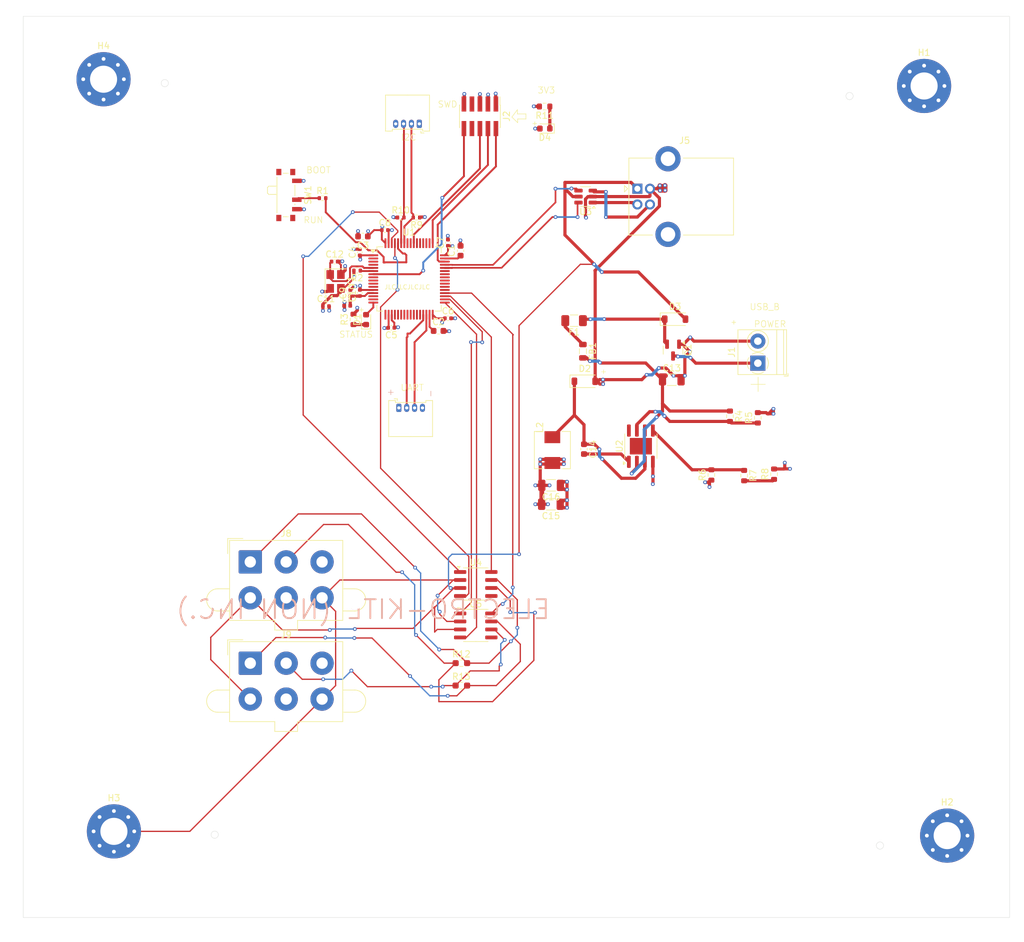
<source format=kicad_pcb>
(kicad_pcb (version 20240108) (generator "pcbnew") (generator_version "8.0")
  (layers (0 "F.Cu" signal) (1 "In1.Cu" power) (2 "In2.Cu" power) (31 "B.Cu" signal) (34 "B.Paste" user) (35 "F.Paste" user) (36 "B.SilkS" user "B.Silkscreen") (37 "F.SilkS" user "F.Silkscreen") (38 "B.Mask" user) (39 "F.Mask" user) (44 "Edge.Cuts" user))
  (net 0 "")
  (net 1 "Net-(U1-VCAP_2)")
  (net 2 "GND")
  (net 3 "Net-(U1-VCAP_1)")
  (net 4 "+3.3V")
  (net 5 "+3.3VA")
  (net 6 "HSE_IN")
  (net 7 "BUCK_IN")
  (net 8 "BUCK_SW")
  (net 9 "BUCK_BS")
  (net 10 "LED_STATUS")
  (net 11 "Net-(D1-K)")
  (net 12 "Net-(D3-K)")
  (net 13 "+5V")
  (net 14 "Net-(D4-K)")
  (net 15 "+12V")
  (net 16 "Net-(F1-Pad2)")
  (net 17 "SWCLK")
  (net 19 "SWDIO")
  (net 20 "unconnected-(J2-Pin_7-Pad7)")
  (net 21 "NRST")
  (net 22 "SWO")
  (net 23 "I2C1_SDA")
  (net 24 "I2C1_SCL")
  (net 25 "USART3_RX")
  (net 26 "USART3_TX")
  (net 27 "USB_CONN_D+")
  (net 28 "USB_CONN_D-")
  (net 29 "Net-(SW1-B)")
  (net 30 "BOOT0")
  (net 31 "HSE_OUT")
  (net 32 "BUCK_EN")
  (net 33 "BUCK_FB")
  (net 34 "Net-(R7-Pad2)")
  (net 37 "CAN1_RX")
  (net 44 "CAN2_RX")
  (net 51 "CAN1-")
  (net 52 "CAN2_TX")
  (net 61 "CAN1_TX")
  (net 66 "USB_D+")
  (net 74 "USB_D-")
  (net 80 "Net-(C11-Pad1)")
  (net 82 "CAN1+")
  (net 85 "CAN2+")
  (net 86 "CAN2-")
  (net 87 "CAN SIlent Mode 2")
  (net 88 "CAN SIlent Mode 1")
  (footprint "Capacitor_SMD:C_1206_3216Metric" (layer "F.Cu") (at 113.9375 97.6625 180)
    (property "Reference" "C16")
    (property "Value" "10u")
  )
  (footprint "Resistor_SMD:R_0402_1005Metric" (layer "F.Cu") (at 92.5625 55.1375 180)
    (property "Reference" "R9")
    (property "Value" "2k2")
  )
  (footprint "Capacitor_SMD:C_0402_1005Metric" (layer "F.Cu") (at 87.5425 57.1375)
    (property "Reference" "C8")
    (property "Value" "100n")
  )
  (footprint "TerminalBlock_Phoenix:TerminalBlock_Phoenix_PT-1,5-2-3.5-H_1x02_P3.50mm_Horizontal" (layer "F.Cu") (at 146.7625 78.2625 90)
    (property "Reference" "J1")
    (property "Value" "Screw_Terminal_01x02")
  )
  (footprint "Connector_USB:USB_B_Lumberg_2411_02_Horizontal" (layer "F.Cu") (at 127.6375 50.5625)
    (property "Reference" "J5")
    (property "Value" "USB_B" (hide yes))
  )
  (footprint "Package_SO:SOIC-8_3.9x4.9mm_P1.27mm" (layer "F.Cu") (at 101.975 119.905)
    (property "Reference" "U5")
    (property "Value" "TJA1051T")
  )
  (footprint "Package_SO:SOIC-8_3.9x4.9mm_P1.27mm" (layer "F.Cu") (at 101.975 113.325)
    (property "Reference" "U4")
    (property "Value" "TJA1051T")
  )
  (footprint "Connector_Molex:Molex_PicoBlade_53048-0410_1x04_P1.25mm_Horizontal" (layer "F.Cu") (at 93.0125 40.2625 180)
    (property "Reference" "J3" (hide yes))
    (property "Value" "Conn_01x04")
  )
  (footprint "Capacitor_SMD:C_0402_1005Metric" (layer "F.Cu") (at 79.5625 62.1375)
    (property "Reference" "C12")
    (property "Value" "12p")
  )
  (footprint "Resistor_SMD:R_0603_1608Metric" (layer "F.Cu") (at 139.3875 96.0125 90)
    (property "Reference" "R6")
    (property "Value" "47k")
  )
  (footprint "Capacitor_SMD:C_0603_1608Metric" (layer "F.Cu") (at 119.1625 91.9125 -90)
    (property "Reference" "C14")
    (property "Value" "10n")
  )
  (footprint "Capacitor_SMD:C_0402_1005Metric" (layer "F.Cu") (at 83.5625 60.6575 90)
    (property "Reference" "C4")
    (property "Value" "100n")
  )
  (footprint "Capacitor_SMD:C_1206_3216Metric" (layer "F.Cu") (at 113.9125 100.6625 180)
    (property "Reference" "C15")
    (property "Value" "10u")
  )
  (footprint "Inductor_SMD:L_0805_2012Metric" (layer "F.Cu") (at 118.9875 76.3625 -90)
    (property "Reference" "FB1")
    (property "Value" "600 @ 600MHz")
  )
  (footprint "Fuse:Fuse_1206_3216Metric" (layer "F.Cu") (at 117.5875 71.5125 180)
    (property "Reference" "F1")
    (property "Value" "250mA")
  )
  (footprint "Diode_SMD:D_SOD-123" (layer "F.Cu") (at 133.625 71.275)
    (property "Reference" "D3")
    (property "Value" "B5189W")
  )
  (footprint "Capacitor_SMD:C_0603_1608Metric" (layer "F.Cu") (at 96.0625 73.1375)
    (property "Reference" "C2")
    (property "Value" "2u2")
  )
  (footprint "LED_SMD:LED_0603_1608Metric" (layer "F.Cu") (at 112.95 41.0125 180)
    (property "Reference" "D4")
    (property "Value" "RED")
  )
  (footprint "Connector_PinHeader_1.27mm:PinHeader_2x05_P1.27mm_Vertical_SMD" (layer "F.Cu") (at 102.6375 39.0625 -90)
    (property "Reference" "J2")
    (property "Value" "SWD")
  )
  (footprint "Capacitor_SMD:C_0603_1608Metric" (layer "F.Cu") (at 99.5625 60.4125 90)
    (property "Reference" "C1")
    (property "Value" "2u2")
  )
  (footprint "LED_SMD:LED_0603_1608Metric" (layer "F.Cu") (at 84.5625 71.35 90)
    (property "Reference" "D1")
    (property "Value" "LED_Small")
  )
  (footprint "Connector_Molex:Molex_Mega-Fit_76829-0006_2x03_P5.70mm_Vertical" (layer "F.Cu") (at 66.175 109.82)
    (property "Reference" "J8")
    (property "Value" "CAN Connector1")
  )
  (footprint "Package_QFP:LQFP-64_10x10mm_P0.5mm" (layer "F.Cu") (at 91.3875 64.8875)
    (property "Reference" "U1")
    (property "Value" "STM32F405RGT6")
  )
  (footprint "MountingHole:MountingHole_4.3mm_M4_Pad_Via" (layer "F.Cu") (at 42.880419 33.180419)
    (property "Reference" "H4")
    (property "Value" "MountingHole_Pad")
  )
  (footprint "Resistor_SMD:R_0603_1608Metric" (layer "F.Cu") (at 82.5625 71.3125 90)
    (property "Reference" "R3")
    (property "Value" "1k5")
  )
  (footprint "Capacitor_SMD:C_1206_3216Metric" (layer "F.Cu") (at 133.1 80.9)
    (property "Reference" "C13")
    (property "Value" "10u")
  )
  (footprint "Capacitor_SMD:C_0402_1005Metric" (layer "F.Cu") (at 97.5625 59.1375 90)
    (property "Reference" "C7")
    (property "Value" "100n")
  )
  (footprint "Resistor_SMD:R_0402_1005Metric" (layer "F.Cu") (at 77.6475 52.0625)
    (property "Reference" "R1")
    (property "Value" "10k")
  )
  (footprint "Capacitor_SMD:C_0402_1005Metric" (layer "F.Cu") (at 78.1875 69.2125)
    (property "Reference" "C11")
    (property "Value" "12p")
  )
  (footprint "Capacitor_SMD:C_0402_1005Metric" (layer "F.Cu") (at 97.5625 71.1375)
    (property "Reference" "C6")
    (property "Value" "100n")
  )
  (footprint "Capacitor_SMD:C_0402_1005Metric" (layer "F.Cu") (at 83.5825 67.1175 90)
    (property "Reference" "C10")
    (property "Value" "10n")
  )
  (footprint "Resistor_SMD:R_0603_1608Metric_Pad0.98x0.95mm_HandSolder" (layer "F.Cu") (at 99.6875 129.45)
    (property "Reference" "R13")
    (property "Value" "120 ")
  )
  (footprint "Capacitor_SMD:C_0402_1005Metric" (layer "F.Cu") (at 82.0625 67.1375 90)
    (property "Reference" "C9")
    (property "Value" "1u")
  )
  (footprint "Resistor_SMD:R_0603_1608Metric" (layer "F.Cu") (at 149.3375 95.8875 90)
    (property "Reference" "R8")
    (property "Value" "270")
  )
  (footprint "Resistor_SMD:R_0402_1005Metric" (layer "F.Cu") (at 83.1375 63.5625 180)
    (property "Reference" "R2")
    (property "Value" "47")
  )
  (footprint "Package_TO_SOT_SMD:SOT-23-6" (layer "F.Cu") (at 119.425 51.8125 180)
    (property "Reference" "U3")
    (property "Value" "USBLC6-2SC6")
  )
  (footprint "Package_SO:SOIC-8-1EP_3.9x4.9mm_P1.27mm_EP2.62x3.51mm" (layer "F.Cu") (at 128.1925 91.4425 90)
    (property "Reference" "U2")
    (property "Value" "MP2303ADN")
  )
  (footprint "MountingHole:MountingHole_4.3mm_M4_Pad_Via" (layer "F.Cu") (at 176.825 153.275)
    (property "Reference" "H2")
    (property "Value" "MountingHole_Pad")
  )
  (footprint "Resistor_SMD:R_0603_1608Metric_Pad0.98x0.95mm_HandSolder" (layer "F.Cu") (at 99.69375 125.89)
    (property "Reference" "R12")
    (property "Value" "120 ")
  )
  (footprint "Inductor_SMD:L_Sunlord_MWSA0518S" (layer "F.Cu") (at 114.1375 92.0625 -90)
    (property "Reference" "L2")
    (property "Value" "10u")
  )
  (footprint "Crystal:Crystal_SMD_3225-4Pin_3.2x2.5mm" (layer "F.Cu") (at 79.7125 65.2875 -90)
    (property "Reference" "Y1")
    (property "Value" "16MHz")
  )
  (footprint "MountingHole:MountingHole_4.3mm_M4_Pad_Via" (layer "F.Cu") (at 44.525 152.6)
    (property "Reference" "H3")
    (property "Value" "MountingHole_Pad")
  )
  (footprint "Inductor_SMD:L_0402_1005Metric" (layer "F.Cu") (at 81.5625 69.1375)
    (property "Reference" "L1")
    (property "Value" "39n")
  )
  (footprint "Button_Switch_SMD:SW_SPDT_PCM12" (layer "F.Cu") (at 72.1375 51.5625 -90)
    (property "Reference" "SW1")
    (property "Value" "SW_SPDT")
  )
  (footprint "Connector_Molex:Molex_Mega-Fit_76829-0006_2x03_P5.70mm_Vertical" (layer "F.Cu") (at 66.175 125.9)
    (property "Reference" "J9")
    (property "Value" "CAN Connector2")
  )
  (footprint "Resistor_SMD:R_0603_1608Metric" (layer "F.Cu") (at 112.9125 37.5125 180)
    (property "Reference" "R11")
    (property "Value" "1k")
  )
  (footprint "Resistor_SMD:R_0603_1608Metric" (layer "F.Cu") (at 144.5875 96.1125 -90)
    (property "Reference" "R7")
    (property "Value" "15k")
  )
  (footprint "Capacitor_SMD:C_0402_1005Metric" (layer "F.Cu") (at 88.5625 72.6375 180)
    (property "Reference" "C5")
    (property "Value" "100n")
  )
  (footprint "Package_TO_SOT_SMD:SOT-23" (layer "F.Cu") (at 133.3 76.1875 -90)
    (property "Reference" "Q1")
    (property "Value" "AO3401A")
  )
  (footprint "Resistor_SMD:R_0603_1608Metric" (layer "F.Cu") (at 142.3375 86.6875 -90)
    (property "Reference" "R4")
    (property "Value" "100k")
  )
  (footprint "Capacitor_SMD:C_0603_1608Metric" (layer "F.Cu") (at 84.0625 58.1375 180)
    (property "Reference" "C3")
    (property "Value" "4u7")
  )
  (footprint "MountingHole:MountingHole_4.3mm_M4_Pad_Via" (layer "F.Cu") (at 173.1625 34.25)
    (property "Reference" "H1")
    (property "Value" "MountingHole_Pad")
  )
  (footprint "Connector_Molex:Molex_PicoBlade_53048-0410_1x04_P1.25mm_Horizontal" (layer "F.Cu") (at 89.7625 85.3625)
    (property "Reference" "J4" (hide yes))
    (property "Value" "Conn_01x04")
  )
  (footprint "Diode_SMD:D_SOD-123" (layer "F.Cu") (at 119.2875 81.1375)
    (property "Reference" "D2")
    (property "Value" "B5189W")
  )
  (footprint "Resistor_SMD:R_0603_1608Metric" (layer "F.Cu") (at 146.7625 86.9375 90)
    (property "Reference" "R5")
    (property "Value" "68k")
  )
  (footprint "Resistor_SMD:R_0402_1005Metric" (layer "F.Cu") (at 90.0625 55.1375)
    (property "Reference" "R10")
    (property "Value" "2k2")
  )
  (gr_line (start 108.5875 38.0125) (end 108.5875 38.6875) (stroke (width 0.1)) (layer "F.SilkS"))
  (gr_line (start 108.6375 39.4875) (end 108.6375 40.0875) (stroke (width 0.1)) (layer "F.SilkS"))
  (gr_line (start 107.7125 39.1875) (end 108.5875 38.0125) (stroke (width 0.1)) (layer "F.SilkS"))
  (gr_line (start 109.9375 38.6875) (end 109.9375 39.4875) (stroke (width 0.1)) (layer "F.SilkS"))
  (gr_line (start 108.6375 40.0875) (end 107.7125 39.1875) (stroke (width 0.1)) (layer "F.SilkS"))
  (gr_line (start 108.5875 38.6875) (end 109.9375 38.6875) (stroke (width 0.1)) (layer "F.SilkS"))
  (gr_line (start 109.9375 39.4875) (end 108.6375 39.4875) (stroke (width 0.1)) (layer "F.SilkS"))
  (gr_rect (start 30.1125 23.2) (end 186.7375 166.275) (stroke (width 0.05)) (fill none) (layer "Edge.Cuts"))
  (gr_circle (center 161.325 35.85) (end 161.901 35.85) (stroke (width 0.05)) (fill none) (layer "Edge.Cuts"))
  (gr_circle (center 166.15 154.85) (end 166.726 154.85) (stroke (width 0.05)) (fill none) (layer "Edge.Cuts"))
  (gr_circle (center 60.525 153.125) (end 61.101 153.125) (stroke (width 0.05)) (fill none) (layer "Edge.Cuts"))
  (gr_circle (center 52.6 33.8) (end 53.176 33.8) (stroke (width 0.05)) (fill none) (layer "Edge.Cuts"))
  (gr_text "+" (at 89.175 83.4 0) (layer "B.SilkS") (effects (font (size 1 1) (thickness 0.1)) (justify left bottom mirror)))
  (gr_text "ELECTRO-KITE (NON INC.)" (at 54.175 119.125 0) (layer "B.SilkS") (effects (font (size 3 3) (thickness 0.3)) (justify right bottom mirror)))
  (gr_text "-" (at 95.35 82.4 90) (layer "B.SilkS") (effects (font (size 1 1) (thickness 0.1)) (justify left bottom mirror)))
  (gr_text "SWD" (at 95.8875 37.7375 0) (layer "F.SilkS") (effects (font (size 1 1) (thickness 0.1)) (justify left bottom)))
  (gr_text "UART" (at 89.9875 82.7375 0) (layer "F.SilkS") (effects (font (size 1 1) (thickness 0.1)) (justify left bottom)))
  (gr_text "+" (at 142.3875 72.1875 0) (layer "F.SilkS") (effects (font (size 0.8 0.8) (thickness 0.1)) (justify left bottom)))
  (gr_text "POWER" (at 146.0875 72.6375 0) (layer "F.SilkS") (effects (font (size 1 1) (thickness 0.1)) (justify left bottom)))
  (gr_text "+" (at 110.7875 40.6375 0) (layer "F.SilkS") (effects (font (size 0.8 0.8) (thickness 0.1)) (justify left bottom)))
  (gr_text "BOOT" (at 75.0125 48.1875 0) (layer "F.SilkS") (effects (font (size 1 1) (thickness 0.1)) (justify left bottom)))
  (gr_text "USB_B" (at 145.4125 69.9125 0) (layer "F.SilkS") (effects (font (size 1 1) (thickness 0.1)) (justify left bottom)))
  (gr_text "+" (at 121.7125 80.0375 0) (layer "F.SilkS") (effects (font (size 0.8 0.8) (thickness 0.1)) (justify left bottom)))
  (gr_text "+" (at 83.2625 70.2125 0) (layer "F.SilkS") (effects (font (size 0.8 0.8) (thickness 0.1)) (justify left bottom)))
  (gr_text "RUN" (at 74.5875 56.1125 0) (layer "F.SilkS") (effects (font (size 1 1) (thickness 0.1)) (justify left bottom)))
  (gr_text "I2C" (at 90.0375 42.9875 0) (layer "F.SilkS") (effects (font (size 1 1) (thickness 0.1)) (justify left bottom)))
  (gr_text "3V3" (at 111.7375 35.5125 0) (layer "F.SilkS") (effects (font (size 1 1) (thickness 0.1)) (justify left bottom)))
  (gr_text "STATUS" (at 80.2375 74.2875 0) (layer "F.SilkS") (effects (font (size 1 1) (thickness 0.1)) (justify left bottom)))
  (gr_text "JLCJLCJLCJLC" (at 87.4375 66.5875 0) (layer "F.SilkS") (effects (font (size 0.7 0.7) (thickness 0.1)) (justify left bottom)))
  (gr_text "+" (at 144.8875 83.1375 0) (layer "F.SilkS") (effects (font (size 3 3) (thickness 0.1)) (justify left bottom)))
  (segment (start 99.5625 61.1875) (end 99.1125 61.6375) (width 0.3) (layer "F.Cu") (net 1))
  (segment (start 99.1125 61.6375) (end 97.0625 61.6375) (width 0.3) (layer "F.Cu") (net 1))
  (segment (start 131.1375 52.0625) (end 129.6375 50.5625) (width 0.5) (layer "F.Cu") (net 2))
  (segment (start 116.4625 100.0125) (end 116.4625 101.2125) (width 0.5) (layer "F.Cu") (net 2))
  (segment (start 74.7125 53.8375) (end 73.5925 53.8375) (width 0.5) (layer "F.Cu") (net 2))
  (segment (start 130.0975 96.2225) (end 130.1125 96.2375) (width 0.5) (layer "F.Cu") (net 2))
  (segment (start 78.3625 66.8875) (end 78.8625 66.3875) (width 0.5) (layer "F.Cu") (net 2))
  (segment (start 99.5375 59.6125) (end 99.5625 59.6375) (width 0.5) (layer "F.Cu") (net 2))
  (segment (start 116.4625 98.3375) (end 116.0875 98.3375) (width 0.5) (layer "F.Cu") (net 2))
  (segment (start 151.0375 94.9125) (end 150.8875 95.0625) (width 0.5) (layer "F.Cu") (net 2))
  (segment (start 100.1625 37.0475) (end 100.0975 37.1125) (width 0.5) (layer "F.Cu") (net 2))
  (segment (start 77.5875 66.8875) (end 78.3625 66.8875) (width 0.5) (layer "F.Cu") (net 2))
  (segment (start 83.1625 69.8875) (end 82.5625 70.4875) (width 0.5) (layer "F.Cu") (net 2))
  (segment (start 99.5 112.69) (end 98.41 112.69) (width 0.2) (layer "F.Cu") (net 2))
  (segment (start 88.1375 57.2525) (end 88.1375 59.2125) (width 0.3) (layer "F.Cu") (net 2))
  (segment (start 150.9125 95.0375) (end 150.8875 95.0625) (width 0.5) (layer "F.Cu") (net 2))
  (segment (start 131.0375 79.0375) (end 132.1625 79.0375) (width 0.5) (layer "F.Cu") (net 2))
  (segment (start 80.0925 62.0875) (end 80.0425 62.1375) (width 0.5) (layer "F.Cu") (net 2))
  (segment (start 80.5625 64.1875) (end 80.5625 62.6575) (width 0.3) (layer "F.Cu") (net 2))
  (segment (start 130.0975 93.9225) (end 130.0975 96.2225) (width 0.5) (layer "F.Cu") (net 2))
  (segment (start 99.5375 58.7625) (end 99.5375 59.6125) (width 0.5) (layer "F.Cu") (net 2))
  (segment (start 98.7125 71.1375) (end 98.0425 71.1375) (width 0.5) (layer "F.Cu") (net 2))
  (segment (start 88.1375 72.5825) (end 88.1375 70.5625) (width 0.3) (layer "F.Cu") (net 2))
  (segment (start 96.25 118.125) (end 97.395 119.27) (width 0.2) (layer "F.Cu") (net 2))
  (segment (start 77.575 115.52) (end 79.725 117.67) (width 0.2) (layer "F.Cu") (net 2))
  (segment (start 97.395 119.27) (end 99.5 119.27) (width 0.2) (layer "F.Cu") (net 2))
  (segment (start 129.6375 50.5625) (end 129.6375 51.69387) (width 0.5) (layer "F.Cu") (net 2))
  (segment (start 80.405 112.69) (end 77.575 115.52) (width 0.2) (layer "F.Cu") (net 2))
  (segment (start 131.1375 53.330267) (end 131.1375 52.0625) (width 0.5) (layer "F.Cu") (net 2))
  (segment (start 132.0375 50.0625) (end 132.0125 50.0375) (width 0.75) (layer "F.Cu") (net 2))
  (segment (start 88.0325 72.6875) (end 88.0825 72.6375) (width 0.5) (layer "F.Cu") (net 2))
  (segment (start 130.1125 96.2375) (end 130.1125 97.4375) (width 0.5) (layer "F.Cu") (net 2))
  (segment (start 103.9375 37.0825) (end 103.9075 37.1125) (width 0.5) (layer "F.Cu") (net 2))
  (segment (start 134.95 75.25) (end 136.025 74.175) (width 0.5) (layer "F.Cu") (net 2))
  (segment (start 150.8875 95.0625) (end 149.3375 95.0625) (width 0.5) (layer "F.Cu") (net 2))
  (segment (start 96.25 117.725) (end 96.25 118.125) (width 0.2) (layer "F.Cu") (net 2))
  (segment (start 83.5825 66.6375) (end 85.7125 66.6375) (width 0.3) (layer "F.Cu") (net 2))
  (segment (start 132.0375 50.8125) (end 131.2625 50.8125) (width 0.75) (layer "F.Cu") (net 2))
  (segment (start 132.1625 79.0375) (end 133.375 80.25) (width 0.5) (layer "F.Cu") (net 2))
  (segment (start 131.2125 50.8125) (end 131.2375 50.8375) (width 0.5) (layer "F.Cu") (net 2))
  (segment (start 116.4625 100.0125) (end 116.4625 98.3375) (width 0.5) (layer "F.Cu") (net 2))
  (segment (start 122.175 81.55) (end 122.2 81.575) (width 0.5) (layer "F.Cu") (net 2))
  (segment (start 116.0375 100.0125) (end 115.3875 100.6625) (width 0.5) (layer "F.Cu") (net 2))
  (segment (start 80.5625 62.6575) (end 80.0425 62.1375) (width 0.3) (layer "F.Cu") (net 2))
  (segment (start 82.6575 66.0625) (end 82.0625 66.6575) (width 0.5) (layer "F.Cu") (net 2))
  (segment (start 81.2375 62.8375) (end 81.2375 63.5125) (width 0.5) (layer "F.Cu") (net 2))
  (segment (start 115.9375 101.2125) (end 115.3875 100.6625) (width 0.5) (layer "F.Cu") (net 2))
  (segment (start 88.6625 57.1375) (end 88.2525 57.1375) (width 0.3) (layer "F.Cu") (net 2))
  (segment (start 97.7625 73.1875) (end 96.8875 73.1875) (width 0.5) (layer "F.Cu") (net 2))
  (segment (start 136.025 74.175) (end 136.6125 74.7625) (width 0.5) (layer "F.Cu") (net 2))
  (segment (start 99.5 112.69) (end 80.405 112.69) (width 0.2) (layer "F.Cu") (net 2))
  (segment (start 129.6375 51.69387) (end 129.51887 51.8125) (width 0.5) (layer "F.Cu") (net 2))
  (segment (start 131.9625 50.8125) (end 131.2125 50.0625) (width 0.75) (layer "F.Cu") (net 2))
  (segment (start 149.2375 86.2875) (end 148.2625 86.2875) (width 0.5) (layer "F.Cu") (net 2))
  (segment (start 80.7875 62.0875) (end 80.0925 62.0875) (width 0.5) (layer "F.Cu") (net 2))
  (segment (start 98.41 112.69) (end 95.925 115.175) (width 0.2) (layer "F.Cu") (net 2))
  (segment (start 116.0875 98.3375) (end 115.4125 97.6625) (width 0.5) (layer "F.Cu") (net 2))
  (segment (start 122.175 80.875) (end 121.625 80.875) (width 0.5) (layer "F.Cu") (net 2))
  (segment (start 120.5625 51.8125) (end 119.802684 51.8125) (width 0.5) (layer "F.Cu") (net 2))
  (segment (start 100.1625 35.5125) (end 100.0975 35.5775) (width 0.5) (layer "F.Cu") (net 2))
  (segment (start 83.6125 66.6075) (end 83.5825 66.6375) (width 0.5) (layer "F.Cu") (net 2))
  (segment (start 122.175 80.875) (end 122.175 81.55) (width 0.5) (layer "F.Cu") (net 2))
  (segment (start 148.2625 86.2875) (end 148.0875 86.1125) (width 0.5) (layer "F.Cu") (net 2))
  (segment (start 119.4 55.075) (end 119.4875 55.1625) (width 0.5) (layer "F.Cu") (net 2))
  (segment (start 148.0875 86.1125) (end 146.7625 86.1125) (width 0.5) (layer "F.Cu") (net 2))
  (segment (start 130.1125 97.4375) (end 130.0875 97.4625) (width 0.5) (layer "F.Cu") (net 2))
  (segment (start 102.6375 35.5375) (end 102.6375 37.2625) (width 0.5) (layer "F.Cu") (net 2))
  (segment (start 121.625 80.875) (end 121.3 81.2) (width 0.5) (layer "F.Cu") (net 2))
  (segment (start 116.4625 100.0125) (end 116.0375 100.0125) (width 0.5) (layer "F.Cu") (net 2))
  (segment (start 77.575 131.6) (end 56.575 152.6) (width 0.2) (layer "F.Cu") (net 2))
  (segment (start 97.5375 58.0375) (end 97.5375 58.6325) (width 0.5) (layer "F.Cu") (net 2))
  (segment (start 112.0625 37.4875) (end 112.0875 37.5125) (width 0.5) (layer "F.Cu") (net 2))
  (segment (start 119.802684 51.8125) (end 119.4 52.215184) (width 0.5) (layer "F.Cu") (net 2))
  (segment (start 149.2375 85.5125) (end 149.2375 86.2875) (width 0.5) (layer "F.Cu") (net 2))
  (segment (start 83.1625 69.4625) (end 83.1625 69.8875) (width 0.5) (layer "F.Cu") (net 2))
  (segment (start 88.0825 72.6375) (end 88.1375 72.5825) (width 0.3) (layer "F.Cu") (net 2))
  (segment (start 129.51887 51.8125) (end 120.5625 51.8125) (width 0.5) (layer "F.Cu") (net 2))
  (segment (start 111.1875 37.4875) (end 112.0625 37.4875) (width 0.5) (layer "F.Cu") (net 2))
  (segment (start 151.0375 94.0625) (end 151.0375 94.9125) (width 0.5) (layer "F.Cu") (net 2))
  (segment (start 134.25 75.25) (end 134.95 75.25) (width 0.5) (layer "F.Cu") (net 2))
  (segment (start 149.2375 85.5125) (end 148.4375 86.3125) (width 0.5) (layer "F.Cu") (net 2))
  (segment (start 130.7125 50.5625) (end 131.2125 50.0625) (width 0.5) (layer "F.Cu") (net 2))
  (segment (start 135.175 80.25) (end 134.25 80.25) (width 0.5) (layer "F.Cu") (net 2))
  (segment (start 122.175 80.875) (end 128.35 80.875) (width 0.5) (layer "F.Cu") (net 2))
  (segment (start 83.5475 60.1625) (end 83.5625 60.1775) (width 0.5) (layer "F.Cu") (net 2))
  (segment (start 121.675 81.575) (end 121.3 81.2) (width 0.5) (layer "F.Cu") (net 2))
  (segment (start 129.6375 50.5625) (end 130.7125 50.5625) (width 0.5) (layer "F.Cu") (net 2))
  (segment (start 83.2875 57.2875) (end 83.2875 58.1375) (width 0.5) (layer "F.Cu") (net 2))
  (segment (start 131.2625 50.8125) (end 131.2375 50.8375) (width 0.75) (layer "F.Cu") (net 2))
  (segment (start 78.7125 69.9125) (end 78.7125 69.2575) (width 0.5) (layer "F.Cu") (net 2))
  (segment (start 133.375 80.25) (end 134.25 80.25) (width 0.5) (layer "F.Cu") (net 2))
  (segment (start 119.4 52.215184) (end 119.4 55.075) (width 0.5) (layer "F.Cu") (net 2))
  (segment (start 120.9375 63.594733) (end 120.9375 81.1375) (width 0.5) (layer "F.Cu") (net 2))
  (segment (start 73.5925 53.8375) (end 73.5675 53.8125) (width 0.5) (layer "F.Cu") (net 2))
  (segment (start 122.2 81.575) (end 121.675 81.575) (width 0.5) (layer "F.Cu") (net 2))
  (segment (start 135.175 77.25) (end 135.975 76.45) (width 0.5) (layer "F.Cu") (net 2))
  (segment (start 131.2125 50.0625) (end 131.9875 50.0625) (width 0.5) (layer "F.Cu") (net 2))
  (segment (start 78.7125 69.2575) (end 78.6675 69.2125) (width 0.5) (layer "F.Cu") (net 2))
  (segment (start 88.2525 57.1375) (end 88.1375 57.2525) (width 0.3) (layer "F.Cu") (net 2))
  (segment (start 135.175 80.25) (end 135.175 77.25) (width 0.5) (layer "F.Cu") (net 2))
  (segment (start 134.775 75.25) (end 135.975 76.45) (width 0.5) (layer "F.Cu") (net 2))
  (segment (start 131.2125 50.0625) (end 131.2125 50.8125) (width 0.5) (layer "F.Cu") (net 2))
  (segment (start 115.9875 97.0875) (end 115.4125 97.6625) (width 0.5) (layer "F.Cu") (net 2))
  (segment (start 132.0375 50.8125) (end 132.0375 50.0625) (width 0.75) (layer "F.Cu") (net 2))
  (segment (start 88.6625 57.1375) (end 88.0225 57.1375) (width 0.3) (layer "F.Cu") (net 2))
  (segment (start 116.4625 97.0875) (end 115.9875 97.0875) (width 0.5) (layer "F.Cu") (net 2))
  (segment (start 128.35 80.875) (end 129.1125 80.1125) (width 0.5) (layer "F.Cu") (net 2))
  (segment (start 131.9875 50.0625) (end 132.0125 50.0375) (width 0.5) (layer "F.Cu") (net 2))
  (segment (start 79.725 129.45) (end 77.575 131.6) (width 0.2) (layer "F.Cu") (net 2))
  (segment (start 116.4625 101.2125) (end 115.9375 101.2125) (width 0.5) (layer "F.Cu") (net 2))
  (segment (start 120.905267 63.5625) (end 120.9375 63.594733) (width 0.5) (layer "F.Cu") (net 2))
  (segment (start 56.575 152.6) (end 44.525 152.6) (width 0.2) (layer "F.Cu") (net 2))
  (segment (start 83.6125 65.9625) (end 83.6125 66.6075) (width 0.5) (layer "F.Cu") (net 2))
  (segment (start 87.4625 72.6875) (end 88.0325 72.6875) (width 0.5) (layer "F.Cu") (net 2))
  (segment (start 151.8625 95.0375) (end 150.9125 95.0375) (width 0.5) (layer "F.Cu") (net 2))
  (segment (start 134.25 75.25) (end 134.775 75.25) (width 0.5) (layer "F.Cu") (net 2))
  (segment (start 79.725 117.67) (end 79.725 129.45) (width 0.2) (layer "F.Cu") (net 2))
  (segment (start 100.1625 35.5125) (end 100.1625 37.0475) (width 0.5) (layer "F.Cu") (net 2))
  (segment (start 132.0375 50.8125) (end 131.9625 50.8125) (width 0.75) (layer "F.Cu") (net 2))
  (segment (start 82.6125 60.1625) (end 83.5475 60.1625) (width 0.5) (layer "F.Cu") (net 2))
  (segment (start 82.8625 66.0625) (end 82.6575 66.0625) (width 0.5) (layer "F.Cu") (net 2))
  (segment (start 116.4625 97.0875) (end 116.4625 98.3375) (width 0.5) (layer "F.Cu") (net 2))
  (segment (start 103.9375 35.6125) (end 103.9375 37.0825) (width 0.5) (layer "F.Cu") (net 2))
  (segment (start 120.905267 63.5625) (end 131.1375 53.330267) (width 0.5) (layer "F.Cu") (net 2))
  (segment (start 136.6125 74.7625) (end 146.7625 74.7625) (width 0.5) (layer "F.Cu") (net 2))
  (segment (start 97.5375 58.6325) (end 97.5625 58.6575) (width 0.5) (layer "F.Cu") (net 2))
  (segment (start 96.8875 73.1875) (end 96.8375 73.1375) (width 0.5) (layer "F.Cu") (net 2))
  (segment (start 81.2375 63.5125) (end 80.5625 64.1875) (width 0.5) (layer "F.Cu") (net 2))
  (via (at 130.1125 96.2375) (size 0.6) (drill 0.3) (layers "F.Cu" "B.Cu") (net 2))
  (via (at 97.5375 58.0375) (size 0.6) (drill 0.3) (layers "F.Cu" "B.Cu") (net 2))
  (via (at 102.6375 35.5375) (size 0.6) (drill 0.3) (layers "F.Cu" "B.Cu") (net 2))
  (via (at 133.375 80.25) (size 0.6) (drill 0.3) (layers "F.Cu" "B.Cu") (net 2))
  (via (at 87.4625 72.6875) (size 0.6) (drill 0.3) (layers "F.Cu" "B.Cu") (net 2))
  (via (at 83.2875 57.2875) (size 0.6) (drill 0.3) (layers "F.Cu" "B.Cu") (net 2))
  (via (at 82.6125 60.1625) (size 0.6) (drill 0.3) (layers "F.Cu" "B.Cu") (net 2))
  (via (at 149.2375 85.5125) (size 0.6) (drill 0.3) (layers "F.Cu" "B.Cu") (net 2))
  (via (at 135.975 76.45) (size 0.6) (drill 0.3) (layers "F.Cu" "B.Cu") (net 2))
  (via (at 151.0375 94.0625) (size 0.6) (drill 0.3) (layers "F.Cu" "B.Cu") (net 2))
  (via (at 111.1875 37.4875) (size 0.6) (drill 0.3) (layers "F.Cu" "B.Cu") (net 2))
  (via (at 132.0125 50.0375) (size 0.6) (drill 0.3) (layers "F.Cu" "B.Cu") (net 2))
  (via (at 116.4625 97.0875) (size 0.6) (drill 0.3) (layers "F.Cu" "B.Cu") (net 2))
  (via (at 131.2375 50.8375) (size 0.6) (drill 0.3) (layers "F.Cu" "B.Cu") (net 2))
  (via (at 81.2375 62.8375) (size 0.6) (drill 0.3) (layers "F.Cu" "B.Cu") (net 2))
  (via (at 77.5875 66.8875) (size 0.6) (drill 0.3) (layers "F.Cu" "B.Cu") (net 2))
  (via (at 96.25 117.725) (size 0.6) (drill 0.3) (layers "F.Cu" "B.Cu") (net 2))
  (via (at 130.0875 97.4625) (size 0.6) (drill 0.3) (layers "F.Cu" "B.Cu") (net 2))
  (via (at 80.7875 62.0875) (size 0.6) (drill 0.3) (layers "F.Cu" "B.Cu") (net 2))
  (via (at 74.7125 53.8375) (size 0.6) (drill 0.3) (layers "F.Cu" "B.Cu") (net 2))
  (via (at 88.6625 57.1375) (size 0.6) (drill 0.3) (layers "F.Cu" "B.Cu") (net 2))
  (via (at 131.2125 50.0625) (size 0.6) (drill 0.3) (layers "F.Cu" "B.Cu") (net 2))
  (via (at 103.9375 35.6125) (size 0.6) (drill 0.3) (layers "F.Cu" "B.Cu") (net 2))
  (via (at 78.7125 69.9125) (size 0.6) (drill 0.3) (layers "F.Cu" "B.Cu") (net 2))
  (via (at 119.4875 55.1625) (size 0.6) (drill 0.3) (layers "F.Cu" "B.Cu") (net 2))
  (via (at 100.1625 35.5125) (size 0.6) (drill 0.3) (layers "F.Cu" "B.Cu") (net 2))
  (via (at 131.0375 79.0375) (size 0.6) (drill 0.3) (layers "F.Cu" "B.Cu") (net 2))
  (via (at 116.4625 100.0125) (size 0.6) (drill 0.3) (layers "F.Cu" "B.Cu") (net 2))
  (via (at 97.7625 73.1875) (size 0.6) (drill 0.3) (layers "F.Cu" "B.Cu") (net 2))
  (via (at 129.1125 80.1125) (size 0.6) (drill 0.3) (layers "F.Cu" "B.Cu") (net 2))
  (via (at 151.8625 95.0375) (size 0.6) (drill 0.3) (layers "F.Cu" "B.Cu") (net 2))
  (via (at 149.2375 86.2875) (size 0.6) (drill 0.3) (layers "F.Cu" "B.Cu") (net 2))
  (via (at 132.0375 50.8125) (size 0.6) (drill 0.3) (layers "F.Cu" "B.Cu") (net 2))
  (via (at 122.2 81.575) (size 0.6) (drill 0.3) (layers "F.Cu" "B.Cu") (net 2))
  (via (at 135.175 80.25) (size 0.6) (drill 0.3) (layers "F.Cu" "B.Cu") (net 2))
  (via (at 83.1625 69.4625) (size 0.6) (drill 0.3) (layers "F.Cu" "B.Cu") (net 2))
  (via (at 136.025 74.175) (size 0.6) (drill 0.3) (layers "F.Cu" "B.Cu") (net 2))
  (via (at 98.7125 71.1375) (size 0.6) (drill 0.3) (layers "F.Cu" "B.Cu") (net 2))
  (via (at 116.4625 98.3375) (size 0.6) (drill 0.3) (layers "F.Cu" "B.Cu") (net 2))
  (via (at 83.6125 65.9625) (size 0.6) (drill 0.3) (layers "F.Cu" "B.Cu") (net 2))
  (via (at 82.8625 66.0625) (size 0.6) (drill 0.3) (layers "F.Cu" "B.Cu") (net 2))
  (via (at 95.925 115.175) (size 0.6) (drill 0.3) (layers "F.Cu" "B.Cu") (net 2))
  (via (at 122.175 80.875) (size 0.6) (drill 0.3) (layers "F.Cu" "B.Cu") (net 2))
  (via (at 116.4625 101.2125) (size 0.6) (drill 0.3) (layers "F.Cu" "B.Cu") (net 2))
  (via (at 99.5375 58.7625) (size 0.6) (drill 0.3) (layers "F.Cu" "B.Cu") (net 2))
  (segment (start 129.1125 80.1125) (end 129.9625 80.1125) (width 0.5) (layer "B.Cu") (net 2))
  (segment (start 95.925 117.4) (end 96.25 117.725) (width 0.2) (layer "B.Cu") (net 2))
  (segment (start 95.925 115.175) (end 95.925 117.4) (width 0.2) (layer "B.Cu") (net 2))
  (segment (start 129.9625 80.1125) (end 131.0375 79.0375) (width 0.5) (layer "B.Cu") (net 2))
  (segment (start 94.6375 72.4875) (end 94.6375 70.5625) (width 0.3) (layer "F.Cu") (net 3))
  (segment (start 95.2875 73.1375) (end 94.6375 72.4875) (width 0.3) (layer "F.Cu") (net 3))
  (segment (start 97.0825 71.1375) (end 95.7125 71.1375) (width 0.3) (layer "F.Cu") (net 4))
  (segment (start 98.2875 59.6875) (end 97.6325 59.6875) (width 0.5) (layer "F.Cu") (net 4))
  (segment (start 87.1375 57.0625) (end 87.0625 57.1375) (width 0.3) (layer "F.Cu") (net 4))
  (segment (start 81.1375 68.5625) (end 81.1375 69.0775) (width 0.5) (layer "F.Cu") (net 4))
  (segment (start 114.0625 94.2875) (end 114.2125 94.1375) (width 0.5) (layer "F.Cu") (net 4))
  (segment (start 112.4625 100.6375) (end 112.4375 100.6625) (width 0.75) (layer "F.Cu") (net 4))
  (segment (start 112.4625 97.6625) (end 112.4625 100.6375) (width 0.75) (layer "F.Cu") (net 4))
  (segment (start 112.2125 94.2875) (end 114.0625 94.2875) (width 0.5) (layer "F.Cu") (net 4))
  (segment (start 112.2125 93.5375) (end 112.2125 94.2875) (width 0.5) (layer "F.Cu") (net 4))
  (segment (start 105.1375 37.0725) (end 105.1775 37.1125) (width 0.5) (layer "F.Cu") (net 4))
  (segment (start 113.4375 100.6625) (end 112.4375 100.6625) (width 0.5) (layer "F.Cu") (net 4))
  (segment (start 113.6125 93.5375) (end 114.2125 94.1375) (width 0.5) (layer "F.Cu") (net 4))
  (segment (start 115.9625 93.5375) (end 115.9625 94.2875) (width 0.5) (layer "F.Cu") (net 4))
  (segment (start 81.1375 69.1975) (end 81.0775 69.1375) (width 0.5) (layer "F.Cu") (net 4))
  (segment (start 111.4375 97.6625) (end 112.4625 97.6625) (width 0.5) (layer "F.Cu") (net 4))
  (segment (start 113.6875 97.6625) (end 112.4625 97.6625) (width 0.5) (layer "F.Cu") (net 4))
  (segment (start 114.8125 93.5375) (end 114.2125 94.1375) (width 0.5) (layer "F.Cu") (net 4))
  (segment (start 97.6325 59.6875) (end 97.5625 59.6175) (width 0.5) (layer "F.Cu") (net 4))
  (segment (start 96.6375 71.5825) (end 97.0825 71.1375) (width 0.5) (layer "F.Cu") (net 4))
  (segment (start 138.9125 97.175) (end 139.0875 97) (width 0.5) (layer "F.Cu") (net 4))
  (segment (start 112.2125 97.4125) (end 112.4625 97.6625) (width 0.5) (layer "F.Cu") (net 4))
  (segment (start 95.7125 71.1375) (end 95.1375 70.5625) (width 0.3) (layer "F.Cu") (net 4))
  (segment (start 85.7125 61.1375) (end 83.5625 61.1375) (width 0.3) (layer "F.Cu") (net 4))
  (segment (start 87.6375 59.2125) (end 87.0625 58.6375) (width 0.3) (layer "F.Cu") (net 4))
  (segment (start 89.0425 71.84562) (end 88.6375 71.44062) (width 0.3) (layer "F.Cu") (net 4))
  (segment (start 84.8875 57.3125) (end 84.8875 58.0875) (width 0.3) (layer "F.Cu") (net 4))
  (segment (start 112.2125 93.5375) (end 113.6125 93.5375) (width 0.5) (layer "F.Cu") (net 4))
  (segment (start 97.5625 60.6375) (end 97.0625 61.1375) (width 0.3) (layer "F.Cu") (net 4))
  (segment (start 112.2125 94.2875) (end 112.2125 97.4125) (width 0.5) (layer "F.Cu") (net 4))
  (segment (start 89.0425 72.6375) (end 89.0425 71.84562) (width 0.3) (layer "F.Cu") (net 4))
  (segment (start 88.6375 71.44062) (end 88.6375 70.5625) (width 0.3) (layer "F.Cu") (net 4))
  (segment (start 115.9625 94.2875) (end 114.3625 94.2875) (width 0.5) (layer "F.Cu") (net 4))
  (segment (start 105.1375 35.4625) (end 105.1375 37.0725) (width 0.5) (layer "F.Cu") (net 4))
  (segment (start 84.8875 58.0875) (end 84.8375 58.1375) (width 0.3) (layer "F.Cu") (net 4))
  (segment (start 89.6375 72.5625) (end 89.1175 72.5625) (width 0.5) (layer "F.Cu") (net 4))
  (segment (start 105.1375 37.2225) (end 105.1775 37.2625) (width 0.5) (layer "F.Cu") (net 4))
  (segment (start 111.4375 100.6625) (end 112.4375 100.6625) (width 0.5) (layer "F.Cu") (net 4))
  (segment (start 112.4375 97.6375) (end 112.4625 97.6625) (width 0.75) (layer "F.Cu") (net 4))
  (segment (start 114.3625 94.2875) (end 114.2125 94.1375) (width 0.5) (layer "F.Cu") (net 4))
  (segment (start 83.6375 61.2125) (end 83.5625 61.1375) (width 0.5) (layer "F.Cu") (net 4))
  (segment (start 87.0625 58.6375) (end 87.0625 57.1375) (width 0.3) (layer "F.Cu") (net 4))
  (segment (start 81.1375 69.0775) (end 81.0775 69.1375) (width 0.5) (layer "F.Cu") (net 4))
  (segment (start 139.0875 97.925) (end 139.0875 97) (width 0.5) (layer "F.Cu") (net 4))
  (segment (start 93.8875 55.0625) (end 93.1475 55.0625) (width 0.5) (layer "F.Cu") (net 4))
  (segment (start 138.3875 97.175) (end 138.9125 97.175) (width 0.5) (layer "F.Cu") (net 4))
  (segment (start 88.9625 55.1375) (end 88.8875 55.0625) (width 0.5) (layer "F.Cu") (net 4))
  (segment (start 115.9625 93.5375) (end 114.8125 93.5375) (width 0.5) (layer "F.Cu") (net 4))
  (segment (start 111.4125 41.0125) (end 112.1625 41.0125) (width 0.5) (layer "F.Cu") (net 4))
  (segment (start 85.8375 57.1375) (end 84.8375 58.1375) (width 0.3) (layer "F.Cu") (net 4))
  (segment (start 83.6375 61.8125) (end 83.6375 61.2125) (width 0.5) (layer "F.Cu") (net 4))
  (segment (start 89.5525 55.1375) (end 88.9625 55.1375) (width 0.5) (layer "F.Cu") (net 4))
  (segment (start 93.1475 55.0625) (end 93.0725 55.1375) (width 0.5) (layer "F.Cu") (net 4))
  (segment (start 87.0625 57.1375) (end 85.8375 57.1375) (width 0.3) (layer "F.Cu") (net 4))
  (segment (start 87.1375 56.5625) (end 87.1375 57.0625) (width 0.3) (layer "F.Cu") (net 4))
  (segment (start 89.1175 72.5625) (end 89.0425 72.6375) (width 0.5) (layer "F.Cu") (net 4))
  (segment (start 81.1375 69.8125) (end 81.1375 69.1975) (width 0.5) (layer "F.Cu") (net 4))
  (segment (start 74.6375 49.3125) (end 73.5675 49.3125) (width 0.5) (layer "F.Cu") (net 4))
  (segment (start 97.5625 59.6175) (end 97.5625 60.6375) (width 0.3) (layer "F.Cu") (net 4))
  (segment (start 96.6375 71.8125) (end 96.6375 71.5825) (width 0.5) (layer "F.Cu") (net 4))
  (via (at 111.4125 41.0125) (size 0.6) (drill 0.3) (layers "F.Cu" "B.Cu") (net 4))
  (via (at 87.1375 56.5625) (size 0.6) (drill 0.3) (layers "F.Cu" "B.Cu") (net 4))
  (via (at 111.4375 100.6625) (size 0.6) (drill 0.3) (layers "F.Cu" "B.Cu") (net 4))
  (via (at 81.1375 68.5625) (size 0.6) (drill 0.3) (layers "F.Cu" "B.Cu") (net 4))
  (via (at 112.2125 93.5375) (size 0.6) (drill 0.3) (layers "F.Cu" "B.Cu") (net 4))
  (via (at 96.6375 71.8125) (size 0.6) (drill 0.3) (layers "F.Cu" "B.Cu") (net 4))
  (via (at 84.8875 57.3125) (size 0.6) (drill 0.3) (layers "F.Cu" "B.Cu") (net 4))
  (via (at 83.6375 61.8125) (size 0.6) (drill 0.3) (layers "F.Cu" "B.Cu") (net 4))
  (via (at 139.0875 97.925) (size 0.6) (drill 0.3) (layers "F.Cu" "B.Cu") (net 4))
  (via (at 115.9625 94.2875) (size 0.6) (drill 0.3) (layers "F.Cu" "B.Cu") (net 4))
  (via (at 112.2125 94.2875) (size 0.6) (drill 0.3) (layers "F.Cu" "B.Cu") (net 4))
  (via (at 93.8875 55.0625) (size 0.6) (drill 0.3) (layers "F.Cu" "B.Cu") (net 4))
  (via (at 113.4375 100.6625) (size 0.6) (drill 0.3) (layers "F.Cu" "B.Cu") (net 4))
  (via (at 88.8875 55.0625) (size 0.6) (drill 0.3) (layers "F.Cu" "B.Cu") (net 4))
  (via (at 74.6375 49.3125) (size 0.6) (drill 0.3) (layers "F.Cu" "B.Cu") (net 4))
  (via (at 105.1375 35.4625) (size 0.6) (drill 0.3) (layers "F.Cu" "B.Cu") (net 4))
  (via (at 98.2875 59.6875) (size 0.6) (drill 0.3) (layers "F.Cu" "B.Cu") (net 4))
  (via (at 111.4375 97.6625) (size 0.6) (drill 0.3) (layers "F.Cu" "B.Cu") (net 4))
  (via (at 138.3875 97.175) (size 0.6) (drill 0.3) (layers "F.Cu" "B.Cu") (net 4))
  (via (at 89.6375 72.5625) (size 0.6) (drill 0.3) (layers "F.Cu" "B.Cu") (net 4))
  (via (at 81.1375 69.8125) (size 0.6) (drill 0.3) (layers "F.Cu" "B.Cu") (net 4))
  (via (at 115.9625 93.5375) (size 0.6) (drill 0.3) (layers "F.Cu" "B.Cu") (net 4))
  (via (at 113.6875 97.6625) (size 0.6) (drill 0.3) (layers "F.Cu" "B.Cu") (net 4))
  (segment (start 82.0475 69.1375) (end 82.0475 67.6325) (width 0.5) (layer "F.Cu") (net 5))
  (segment (start 83.5825 67.5975) (end 84.37438 67.5975) (width 0.3) (layer "F.Cu") (net 5))
  (segment (start 84.37438 67.5975) (end 84.83438 67.1375) (width 0.3) (layer "F.Cu") (net 5))
  (segment (start 84.83438 67.1375) (end 85.7125 67.1375) (width 0.3) (layer "F.Cu") (net 5))
  (segment (start 82.0625 67.6175) (end 83.5625 67.6175) (width 0.5) (layer "F.Cu") (net 5))
  (segment (start 82.0475 67.6325) (end 82.0625 67.6175) (width 0.5) (layer "F.Cu") (net 5))
  (segment (start 83.5625 67.6175) (end 83.5825 67.5975) (width 0.5) (layer "F.Cu") (net 5))
  (segment (start 84.232134 63.1375) (end 85.7125 63.1375) (width 0.3) (layer "F.Cu") (net 6))
  (segment (start 79.3125 65.2375) (end 81.4625 65.2375) (width 0.3) (layer "F.Cu") (net 6))
  (segment (start 78.8625 64.1875) (end 78.8625 62.3575) (width 0.3) (layer "F.Cu") (net 6))
  (segment (start 82.0075 63.172866) (end 82.287866 62.8925) (width 0.3) (layer "F.Cu") (net 6))
  (segment (start 78.8625 64.7875) (end 79.3125 65.2375) (width 0.3) (layer "F.Cu") (net 6))
  (segment (start 83.987134 62.8925) (end 84.232134 63.1375) (width 0.3) (layer "F.Cu") (net 6))
  (segment (start 82.0075 64.6925) (end 82.0075 63.172866) (width 0.3) (layer "F.Cu") (net 6))
  (segment (start 82.287866 62.8925) (end 83.987134 62.8925) (width 0.3) (layer "F.Cu") (net 6))
  (segment (start 81.4625 65.2375) (end 82.0075 64.6925) (width 0.3) (layer "F.Cu") (net 6))
  (segment (start 78.8625 62.3575) (end 79.0825 62.1375) (width 0.3) (layer "F.Cu") (net 6))
  (segment (start 78.8625 64.1875) (end 78.8625 64.7875) (width 0.3) (layer "F.Cu") (net 6))
  (segment (start 127.5575 94.8575) (end 127.5575 93.9225) (width 0.5) (layer "F.Cu") (net 7))
  (segment (start 119.6 77.425) (end 120.1125 77.9375) (width 0.5) (layer "F.Cu") (net 7))
  (segment (start 126.7375 95.6775) (end 127.5575 94.8575) (width 0.5) (layer "F.Cu") (net 7))
  (segment (start 126.7375 95.7875) (end 126.7375 95.6775) (width 0.5) (layer "F.Cu") (net 7))
  (segment (start 131.625 85.9) (end 130.6875 86.8375) (width 0.5) (layer "F.Cu") (net 7))
  (segment (start 132.8 85.8625) (end 131.625 84.6875) (width 0.5) (layer "F.Cu") (net 7))
  (segment (start 128.9625 78.2375) (end 131.625 80.9) (width 0.5) (layer "F.Cu") (net 7))
  (segment (start 131.625 84.6875) (end 131.625 85.9) (width 0.5) (layer "F.Cu") (net 7))
  (segment (start 131.625 80.9) (end 131.625 84.6875) (width 0.5) (layer "F.Cu") (net 7))
  (segment (start 142.3375 85.8625) (end 132.8 85.8625) (width 0.5) (layer "F.Cu") (net 7))
  (segment (start 131.3 80.25) (end 132.101346 80.25) (width 0.75) (layer "F.Cu") (net 7))
  (segment (start 121.7625 78.2375) (end 128.9625 78.2375) (width 0.5) (layer "F.Cu") (net 7))
  (segment (start 118.9875 77.425) (end 119.6 77.425) (width 0.5) (layer "F.Cu") (net 7))
  (segment (start 121.6875 78.1625) (end 121.7625 78.2375) (width 0.5) (layer "F.Cu") (net 7))
  (via (at 130.6875 86.8375) (size 0.6) (drill 0.3) (layers "F.Cu" "B.Cu") (net 7))
  (via (at 120.1125 77.9375) (size 0.6) (drill 0.3) (layers "F.Cu" "B.Cu") (net 7))
  (via (at 126.7375 95.7875) (size 0.6) (drill 0.3) (layers "F.Cu" "B.Cu") (net 7))
  (via (at 121.6875 78.1625) (size 0.6) (drill 0.3) (layers "F.Cu" "B.Cu") (net 7))
  (segment (start 120.1125 77.9375) (end 121.4625 77.9375) (width 0.5) (layer "B.Cu") (net 7))
  (segment (start 128.7375 88.7875) (end 130.6875 86.8375) (width 0.5) (layer "B.Cu") (net 7))
  (segment (start 128.7375 93.7875) (end 128.7375 88.7875) (width 0.5) (layer "B.Cu") (net 7))
  (segment (start 126.7375 95.7875) (end 128.7375 93.7875) (width 0.5) (layer "B.Cu") (net 7))
  (segment (start 121.4625 77.9375) (end 121.6875 78.1625) (width 0.5) (layer "B.Cu") (net 7))
  (segment (start 127.3625 96.5375) (end 128.8275 95.0725) (width 0.5) (layer "F.Cu") (net 8))
  (segment (start 120.8125 91.1375) (end 121.6125 91.9375) (width 0.5) (layer "F.Cu") (net 8))
  (segment (start 128.8275 95.0725) (end 128.8275 93.9225) (width 0.5) (layer "F.Cu") (net 8))
  (segment (start 117.6375 81.1375) (end 117.6375 86.5125) (width 0.5) (layer "F.Cu") (net 8))
  (segment (start 119.1625 88.0375) (end 117.6375 86.5125) (width 0.5) (layer "F.Cu") (net 8))
  (segment (start 119.1625 91.1375) (end 119.1625 88.0375) (width 0.5) (layer "F.Cu") (net 8))
  (segment (start 117.6375 86.5125) (end 114.1375 90.0125) (width 0.5) (layer "F.Cu") (net 8))
  (segment (start 122.0625 93.4875) (end 125.1125 96.5375) (width 0.5) (layer "F.Cu") (net 8))
  (segment (start 125.1125 96.5375) (end 127.3625 96.5375) (width 0.5) (layer "F.Cu") (net 8))
  (segment (start 119.1625 91.1375) (end 120.8125 91.1375) (width 0.5) (layer "F.Cu") (net 8))
  (via (at 121.6125 91.9375) (size 0.6) (drill 0.3) (layers "F.Cu" "B.Cu") (net 8))
  (via (at 122.0625 93.4875) (size 0.6) (drill 0.3) (layers "F.Cu" "B.Cu") (net 8))
  (segment (start 121.6125 93.0375) (end 122.0625 93.4875) (width 0.5) (layer "B.Cu") (net 8))
  (segment (start 121.6125 91.9375) (end 121.6125 93.0375) (width 0.5) (layer "B.Cu") (net 8))
  (segment (start 119.1625 92.6875) (end 125.0525 92.6875) (width 0.5) (layer "F.Cu") (net 9))
  (segment (start 125.0525 92.6875) (end 126.2875 93.9225) (width 0.5) (layer "F.Cu") (net 9))
  (segment (start 85.7125 68.6375) (end 85.7125 69.4125) (width 0.3) (layer "F.Cu") (net 10))
  (segment (start 85.7125 69.4125) (end 84.5625 70.5625) (width 0.3) (layer "F.Cu") (net 10))
  (segment (start 84.5625 72.1375) (end 82.5625 72.1375) (width 0.5) (layer "F.Cu") (net 11))
  (segment (start 119.0875 71.4125) (end 118.9875 71.5125) (width 0.2) (layer "F.Cu") (net 12))
  (segment (start 120.1875 71.2875) (end 119.2125 71.2875) (width 0.5) (layer "F.Cu") (net 12))
  (segment (start 122.375 71.275) (end 122.3625 71.2625) (width 0.5) (layer "F.Cu") (net 12))
  (segment (start 131.975 71.275) (end 122.375 71.275) (width 0.5) (layer "F.Cu") (net 12))
  (segment (start 119.2125 71.2875) (end 118.9875 71.5125) (width 0.5) (layer "F.Cu") (net 12))
  (segment (start 131.975 74.875) (end 132.35 75.25) (width 0.5) (layer "F.Cu") (net 12))
  (segment (start 131.975 71.275) (end 131.975 74.875) (width 0.5) (layer "F.Cu") (net 12))
  (via (at 120.1875 71.2875) (size 0.6) (drill 0.3) (layers "F.Cu" "B.Cu") (net 12))
  (via (at 122.3625 71.2625) (size 0.6) (drill 0.3) (layers "F.Cu" "B.Cu") (net 12))
  (segment (start 122.3625 71.2625) (end 120.2125 71.2625) (width 0.5) (layer "B.Cu") (net 12))
  (segment (start 120.2125 71.2625) (end 120.1875 71.2875) (width 0.5) (layer "B.Cu") (net 12))
  (segment (start 59.9 125.325) (end 66.175 131.6) (width 0.2) (layer "F.Cu") (net 13))
  (segment (start 127.7875 63.7875) (end 135.275 71.275) (width 0.5) (layer "F.Cu") (net 13))
  (segment (start 95.45 120.95) (end 95.86 120.54) (width 0.2) (layer "F.Cu") (net 13))
  (segment (start 99.5 113.96) (end 97.98853 113.96) (width 0.2) (layer "F.Cu") (net 13))
  (segment (start 98.525001 113.96) (end 95.58 116.905) (width 0.2) (layer "F.Cu") (net 13))
  (segment (start 108.85 108.6) (end 108.85 72.3) (width 0.2) (layer "F.Cu") (net 13))
  (segment (start 95.45 117.035001) (end 95.45 120.95) (width 0.2) (layer "F.Cu") (net 13))
  (segment (start 126.6375 49.5625) (end 116.1375 49.5625) (width 0.5) (layer "F.Cu") (net 13))
  (segment (start 95.86 120.54) (end 99.5 120.54) (width 0.2) (layer "F.Cu") (net 13))
  (segment (start 95.58 116.905) (end 95.495 116.905) (width 0.2) (layer "F.Cu") (net 13))
  (segment (start 120.7625 62.5375) (end 120.7625 62.5625) (width 0.5) (layer "F.Cu") (net 13))
  (segment (start 78.8 120.625) (end 71.28 120.625) (width 0.2) (layer "F.Cu") (net 13))
  (segment (start 127.6375 50.5625) (end 126.6375 49.5625) (width 0.5) (layer "F.Cu") (net 13))
  (segment (start 116.1375 50.5625) (end 117.3875 51.8125) (width 0.5) (layer "F.Cu") (net 13))
  (segment (start 97.98853 113.96) (end 97.986765 113.961765) (width 0.2) (layer "F.Cu") (net 13))
  (segment (start 116.1375 57.9125) (end 120.7625 62.5375) (width 0.5) (layer "F.Cu") (net 13))
  (segment (start 116.1375 57.9125) (end 116.1375 50.5625) (width 0.5) (layer "F.Cu") (net 13))
  (segment (start 99.5 113.96) (end 98.525001 113.96) (width 0.2) (layer "F.Cu") (net 13))
  (segment (start 59.9 121.795) (end 59.9 125.325) (width 0.2) (layer "F.Cu") (net 13))
  (segment (start 121.9875 63.7875) (end 127.7875 63.7875) (width 0.5) (layer "F.Cu") (net 13))
  (segment (start 95.58 116.905) (end 95.45 117.035001) (width 0.2) (layer "F.Cu") (net 13))
  (segment (start 117.3875 51.8125) (end 118.2875 51.8125) (width 0.5) (layer "F.Cu") (net 13))
  (segment (start 92.025 120.375) (end 82.875 120.375) (width 0.2) (layer "F.Cu") (net 13))
  (segment (start 71.28 120.625) (end 66.175 115.52) (width 0.2) (layer "F.Cu") (net 13))
  (segment (start 108.85 72.3) (end 118.5875 62.5625) (width 0.2) (layer "F.Cu") (net 13))
  (segment (start 66.175 115.52) (end 59.9 121.795) (width 0.2) (layer "F.Cu") (net 13))
  (segment (start 95.495 116.905) (end 92.025 120.375) (width 0.2) (layer "F.Cu") (net 13))
  (segment (start 82.875 120.375) (end 82.775 120.475) (width 0.2) (layer "F.Cu") (net 13))
  (segment (start 116.1375 49.5625) (end 116.1375 50.5625) (width 0.5) (layer "F.Cu") (net 13))
  (segment (start 118.5875 62.5625) (end 120.7625 62.5625) (width 0.2) (layer "F.Cu") (net 13))
  (via (at 120.7625 62.5625) (size 0.6) (drill 0.3) (layers "F.Cu" "B.Cu") (net 13))
  (via (at 121.9875 63.7875) (size 0.6) (drill 0.3) (layers "F.Cu" "B.Cu") (net 13))
  (via (at 82.775 120.475) (size 0.6) (drill 0.3) (layers "F.Cu" "B.Cu") (net 13))
  (via (at 97.986765 113.961765) (size 0.6) (drill 0.3) (layers "F.Cu" "B.Cu") (net 13))
  (via (at 78.8 120.625) (size 0.6) (drill 0.3) (layers "F.Cu" "B.Cu") (net 13))
  (via (at 108.85 108.6) (size 0.6) (drill 0.3) (layers "F.Cu" "B.Cu") (net 13))
  (segment (start 97.65 109.15) (end 98.2 108.6) (width 0.2) (layer "B.Cu") (net 13))
  (segment (start 82.775 120.475) (end 78.95 120.475) (width 0.2) (layer "B.Cu") (net 13))
  (segment (start 97.65 113.625) (end 97.65 109.15) (width 0.2) (layer "B.Cu") (net 13))
  (segment (start 78.95 120.475) (end 78.8 120.625) (width 0.2) (layer "B.Cu") (net 13))
  (segment (start 98.2 108.6) (end 108.325 108.6) (width 0.2) (layer "B.Cu") (net 13))
  (segment (start 120.7625 62.5625) (end 121.9875 63.7875) (width 0.5) (layer "B.Cu") (net 13))
  (segment (start 97.986765 113.961765) (end 97.65 113.625) (width 0.2) (layer "B.Cu") (net 13))
  (segment (start 108.325 108.6) (end 108.85 108.6) (width 0.2) (layer "B.Cu") (net 13))
  (segment (start 113.7375 41.0125) (end 113.7375 37.5125) (width 0.5) (layer "F.Cu") (net 14))
  (segment (start 136.9125 78.2625) (end 146.7625 78.2625) (width 0.5) (layer "F.Cu") (net 15))
  (segment (start 133.3 77.125) (end 134 77.125) (width 0.5) (layer "F.Cu") (net 15))
  (segment (start 136.067831 77.417831) (end 136.9125 78.2625) (width 0.5) (layer "F.Cu") (net 15))
  (segment (start 134 77.125) (end 134.0875 77.2125) (width 0.5) (layer "F.Cu") (net 15))
  (via (at 136.067831 77.417831) (size 0.6) (drill 0.3) (layers "F.Cu" "B.Cu") (net 15))
  (via (at 134.0875 77.2125) (size 0.6) (drill 0.3) (layers "F.Cu" "B.Cu") (net 15))
  (segment (start 135.8625 77.2125) (end 136.067831 77.417831) (width 0.5) (layer "B.Cu") (net 15))
  (segment (start 134.0875 77.2125) (end 135.8625 77.2125) (width 0.5) (layer "B.Cu") (net 15))
  (segment (start 116.1875 72.5) (end 118.9875 75.3) (width 0.5) (layer "F.Cu") (net 16))
  (segment (start 116.1875 71.5125) (end 116.1875 72.5) (width 0.5) (layer "F.Cu") (net 16))
  (segment (start 95.1375 55.5625) (end 103.9075 46.7925) (width 0.3) (layer "F.Cu") (net 17))
  (segment (start 95.1375 59.2125) (end 95.1375 55.5625) (width 0.3) (layer "F.Cu") (net 17))
  (segment (start 103.9075 46.7925) (end 103.9075 41.0125) (width 0.3) (layer "F.Cu") (net 17))
  (segment (start 97.0625 62.1375) (end 96.18438 62.1375) (width 0.3) (layer "F.Cu") (net 19))
  (segment (start 96.18438 62.1375) (end 95.9375 61.89062) (width 0.3) (layer "F.Cu") (net 19))
  (segment (start 105.1775 47.0225) (end 105.1775 41.0125) (width 0.3) (layer "F.Cu") (net 19))
  (segment (start 95.9375 56.2625) (end 105.1775 47.0225) (width 0.3) (layer "F.Cu") (net 19))
  (segment (start 95.9375 61.89062) (end 95.9375 56.2625) (width 0.3) (layer "F.Cu") (net 19))
  (segment (start 101.3625 37.2575) (end 101.3675 37.2625) (width 0.5) (layer "F.Cu") (net 20))
  (segment (start 96.6625 52.0125) (end 100.0975 48.5775) (width 0.3) (layer "F.Cu") (net 21))
  (segment (start 100.0975 48.5775) (end 100.0975 41.0125) (width 0.3) (layer "F.Cu") (net 21))
  (segment (start 85.7125 64.1375) (end 93.0625 64.1375) (width 0.3) (layer "F.Cu") (net 21))
  (segment (start 93.0625 64.1375) (end 93.6375 63.5625) (width 0.3) (layer "F.Cu") (net 21))
  (via (at 96.6625 52.0125) (size 0.6) (drill 0.3) (layers "F.Cu" "B.Cu") (net 21))
  (via (at 93.6375 63.5625) (size 0.6) (drill 0.3) (layers "F.Cu" "B.Cu") (net 21))
  (segment (start 93.6375 62.2625) (end 96.5625 59.3375) (width 0.3) (layer "B.Cu") (net 21))
  (segment (start 96.5625 59.3375) (end 96.5625 58.093261) (width 0.3) (layer "B.Cu") (net 21))
  (segment (start 96.5625 52.1125) (end 96.6625 52.0125) (width 0.3) (layer "B.Cu") (net 21))
  (segment (start 93.6375 63.5625) (end 93.6375 62.2625) (width 0.3) (layer "B.Cu") (net 21))
  (segment (start 96.5625 58.093261) (end 96.5625 52.1125) (width 0.3) (layer "B.Cu") (net 21))
  (segment (start 102.6375 47.355394) (end 102.6375 41.0125) (width 0.3) (layer "F.Cu") (net 22))
  (segment (start 92.1375 57.855394) (end 102.6375 47.355394) (width 0.3) (layer "F.Cu") (net 22))
  (segment (start 92.1375 59.2125) (end 92.1375 57.855394) (width 0.3) (layer "F.Cu") (net 22))
  (segment (start 90.1375 55.5725) (end 90.1375 59.2125) (width 0.3) (layer "F.Cu") (net 23))
  (segment (start 90.5725 40.3225) (end 90.5125 40.2625) (width 0.3) (layer "F.Cu") (net 23))
  (segment (start 90.5725 55.1375) (end 90.5725 40.3225) (width 0.3) (layer "F.Cu") (net 23))
  (segment (start 90.5725 55.1375) (end 90.1375 55.5725) (width 0.3) (layer "F.Cu") (net 23))
  (segment (start 92.0525 55.1375) (end 92.0525 54.6475) (width 0.3) (layer "F.Cu") (net 24))
  (segment (start 92.0525 55.1375) (end 90.6375 56.5525) (width 0.3) (layer "F.Cu") (net 24))
  (segment (start 92.0525 54.6475) (end 91.7625 54.3575) (width 0.3) (layer "F.Cu") (net 24))
  (segment (start 90.6375 56.5525) (end 90.6375 59.2125) (width 0.3) (layer "F.Cu") (net 24))
  (segment (start 91.7625 54.3575) (end 91.7625 40.2625) (width 0.3) (layer "F.Cu") (net 24))
  (segment (start 94.1375 70.5625) (end 94.1375 73.0625) (width 0.3) (layer "F.Cu") (net 25))
  (segment (start 94.1375 73.0625) (end 92.2625 74.9375) (width 0.3) (layer "F.Cu") (net 25))
  (segment (start 92.2625 74.9375) (end 92.2625 85.3625) (width 0.3) (layer "F.Cu") (net 25))
  (segment (start 91.1375 73.5625) (end 91.1375 74.0625) (width 0.3) (layer "F.Cu") (net 26))
  (segment (start 91.51562 73.5625) (end 91.1375 73.5625) (width 0.3) (layer "F.Cu") (net 26))
  (segment (start 91.1375 74.0625) (end 91.0125 74.1875) (width 0.3) (layer "F.Cu") (net 26))
  (segment (start 91.0125 74.1875) (end 91.0125 85.3625) (width 0.3) (layer "F.Cu") (net 26))
  (segment (start 93.6375 71.44062) (end 91.51562 73.5625) (width 0.3) (layer "F.Cu") (net 26))
  (segment (start 93.6375 70.5625) (end 93.6375 71.44062) (width 0.3) (layer "F.Cu") (net 26))
  (segment (start 120.7625 51.0625) (end 120.5625 50.8625) (width 0.5) (layer "F.Cu") (net 27))
  (segment (start 129.6375 53.0625) (end 127.6375 55.0625) (width 0.5) (layer "F.Cu") (net 27))
  (segment (start 127.6375 55.0625) (end 122.6375 55.0625) (width 0.5) (layer "F.Cu") (net 27))
  (segment (start 122.6375 51.0625) (end 120.7625 51.0625) (width 0.5) (layer "F.Cu") (net 27))
  (via (at 122.6375 51.0625) (size 0.6) (drill 0.3) (layers "F.Cu" "B.Cu") (net 27))
  (via (at 122.6375 55.0625) (size 0.6) (drill 0.3) (layers "F.Cu" "B.Cu") (net 27))
  (segment (start 122.6375 55.0625) (end 122.6375 51.0625) (width 0.5) (layer "B.Cu") (net 27))
  (segment (start 126.8375 52.7625) (end 120.5625 52.7625) (width 0.5) (layer "F.Cu") (net 28))
  (segment (start 127.6375 53.0625) (end 127.1375 53.0625) (width 0.5) (layer "F.Cu") (net 28))
  (segment (start 127.1375 53.0625) (end 126.8375 52.7625) (width 0.5) (layer "F.Cu") (net 28))
  (segment (start 77.1375 52.0625) (end 73.8175 52.0625) (width 0.3) (layer "F.Cu") (net 29))
  (segment (start 73.8175 52.0625) (end 73.5675 52.3125) (width 0.3) (layer "F.Cu") (net 29))
  (segment (start 84.9125 60.3375) (end 86.29062 60.3375) (width 0.3) (layer "F.Cu") (net 30))
  (segment (start 83.6375 59.0625) (end 84.9125 60.3375) (width 0.3) (layer "F.Cu") (net 30))
  (segment (start 90.95 62.25) (end 90.95 61.1) (width 0.3) (layer "F.Cu") (net 30))
  (segment (start 87.55 62.25) (end 90.95 62.25) (width 0.3) (layer "F.Cu") (net 30))
  (segment (start 82.918092 59.0625) (end 83.6375 59.0625) (width 0.3) (layer "F.Cu") (net 30))
  (segment (start 87.525 62.275) (end 87.55 62.25) (width 0.3) (layer "F.Cu") (net 30))
  (segment (start 78.1575 54.301908) (end 82.918092 59.0625) (width 0.3) (layer "F.Cu") (net 30))
  (segment (start 78.1575 52.0625) (end 78.1575 54.301908) (width 0.3) (layer "F.Cu") (net 30))
  (segment (start 86.29062 60.3375) (end 87.35 61.39688) (width 0.3) (layer "F.Cu") (net 30))
  (segment (start 90.7 60.85) (end 90.39688 60.85) (width 0.3) (layer "F.Cu") (net 30))
  (segment (start 90.39688 60.85) (end 89.6375 60.09062) (width 0.3) (layer "F.Cu") (net 30))
  (segment (start 87.35 62.275) (end 87.525 62.275) (width 0.3) (layer "F.Cu") (net 30))
  (segment (start 87.35 61.39688) (end 87.35 62.275) (width 0.3) (layer "F.Cu") (net 30))
  (segment (start 90.95 61.1) (end 90.7 60.85) (width 0.3) (layer "F.Cu") (net 30))
  (segment (start 89.6375 60.09062) (end 89.6375 59.2125) (width 0.3) (layer "F.Cu") (net 30))
  (segment (start 83.7225 63.6375) (end 85.7125 63.6375) (width 0.3) (layer "F.Cu") (net 31))
  (segment (start 83.6475 63.5625) (end 83.7225 63.6375) (width 0.3) (layer "F.Cu") (net 31))
  (segment (start 142.5875 87.7625) (end 142.3375 87.5125) (width 0.5) (layer "F.Cu") (net 32))
  (segment (start 129.580332 85.969669) (end 127.5575 87.992501) (width 0.5) (layer "F.Cu") (net 32))
  (segment (start 132.7875 87.5125) (end 131.9375 86.6625) (width 0.5) (layer "F.Cu") (net 32))
  (segment (start 127.5575 87.992501) (end 127.5575 88.9625) (width 0.5) (layer "F.Cu") (net 32))
  (segment (start 130.494669 85.969669) (end 129.580332 85.969669) (width 0.5) (layer "F.Cu") (net 32))
  (segment (start 146.7625 87.7625) (end 142.5875 87.7625) (width 0.5) (layer "F.Cu") (net 32))
  (segment (start 142.3375 87.5125) (end 132.7875 87.5125) (width 0.5) (layer "F.Cu") (net 32))
  (via (at 131.9375 86.6625) (size 0.6) (drill 0.3) (layers "F.Cu" "B.Cu") (net 32))
  (via (at 130.494669 85.969669) (size 0.6) (drill 0.3) (layers "F.Cu" "B.Cu") (net 32))
  (segment (start 131.244669 85.969669) (end 130.494669 85.969669) (width 0.5) (layer "B.Cu") (net 32))
  (segment (start 131.9375 86.6625) (end 131.244669 85.969669) (width 0.5) (layer "B.Cu") (net 32))
  (segment (start 139.3875 95.1875) (end 144.4875 95.1875) (width 0.5) (layer "F.Cu") (net 33))
  (segment (start 136.3225 95.1875) (end 130.0975 88.9625) (width 0.5) (layer "F.Cu") (net 33))
  (segment (start 144.4875 95.1875) (end 144.5875 95.2875) (width 0.5) (layer "F.Cu") (net 33))
  (segment (start 139.3875 95.1875) (end 136.3225 95.1875) (width 0.5) (layer "F.Cu") (net 33))
  (segment (start 149.1125 96.9375) (end 149.3375 96.7125) (width 0.5) (layer "F.Cu") (net 34))
  (segment (start 144.5875 96.9375) (end 149.1125 96.9375) (width 0.5) (layer "F.Cu") (net 34))
  (segment (start 89.375 66.85) (end 89.375 66.775) (width 0.2) (layer "F.Cu") (net 37))
  (segment (start 86.8625 69.3625) (end 89.375 66.85) (width 0.2) (layer "F.Cu") (net 37))
  (segment (start 100.474999 115.23) (end 100.875 114.829999) (width 0.2) (layer "F.Cu") (net 37))
  (segment (start 89.15 61.575) (end 89.1375 61.5625) (width 0.2) (layer "F.Cu") (net 37))
  (segment (start 89.1375 61.5625) (end 89.1375 59.2125) (width 0.2) (layer "F.Cu") (net 37))
  (segment (start 100.875 114.829999) (end 100.875 108.95) (width 0.2) (layer "F.Cu") (net 37))
  (segment (start 86.8625 94.9375) (end 86.8625 69.3625) (width 0.2) (layer "F.Cu") (net 37))
  (segment (start 100.875 108.95) (end 86.8625 94.9375) (width 0.2) (layer "F.Cu") (net 37))
  (segment (start 99.5 115.23) (end 100.474999 115.23) (width 0.2) (layer "F.Cu") (net 37))
  (segment (start 89.375 66.775) (end 89.55 66.6) (width 0.2) (layer "F.Cu") (net 37))
  (via (at 89.15 61.575) (size 0.6) (drill 0.3) (layers "F.Cu" "B.Cu") (net 37))
  (via (at 89.55 66.6) (size 0.6) (drill 0.3) (layers "F.Cu" "B.Cu") (net 37))
  (segment (start 89.55 61.975) (end 89.15 61.575) (width 0.2) (layer "B.Cu") (net 37))
  (segment (start 89.55 66.6) (end 89.55 61.975) (width 0.2) (layer "B.Cu") (net 37))
  (segment (start 102.1 120.184999) (end 102.1 73.675) (width 0.2) (layer "F.Cu") (net 44))
  (segment (start 102.1 73.675) (end 97.0625 68.6375) (width 0.2) (layer "F.Cu") (net 44))
  (segment (start 100.474999 121.81) (end 102.1 120.184999) (width 0.2) (layer "F.Cu") (net 44))
  (segment (start 99.5 121.81) (end 100.474999 121.81) (width 0.2) (layer "F.Cu") (net 44))
  (segment (start 89.325 111.45) (end 81.75 103.875) (width 0.2) (layer "F.Cu") (net 51))
  (segment (start 90.275 111.45) (end 89.325 111.45) (width 0.2) (layer "F.Cu") (net 51))
  (segment (start 105.424999 113.96) (end 104.45 113.96) (width 0.2) (layer "F.Cu") (net 51))
  (segment (start 96.125 128.54625) (end 96.125 132) (width 0.2) (layer "F.Cu") (net 51))
  (segment (start 107.45 115.985001) (end 105.424999 113.96) (width 0.2) (layer "F.Cu") (net 51))
  (segment (start 96.965 125.89) (end 92.5 121.425) (width 0.2) (layer "F.Cu") (net 51))
  (segment (start 98.78125 125.89) (end 96.965 125.89) (width 0.2) (layer "F.Cu") (net 51))
  (segment (start 98.78125 125.89) (end 96.125 128.54625) (width 0.2) (layer "F.Cu") (net 51))
  (segment (start 111.2 118.05) (end 111.375 117.875) (width 0.2) (layer "F.Cu") (net 51))
  (segment (start 104.65 132) (end 111.2 125.45) (width 0.2) (layer "F.Cu") (net 51))
  (segment (start 77.82 103.875) (end 71.875 109.82) (width 0.2) (layer "F.Cu") (net 51))
  (segment (start 96.125 132) (end 104.65 132) (width 0.2) (layer "F.Cu") (net 51))
  (segment (start 111.2 125.45) (end 111.2 118.05) (width 0.2) (layer "F.Cu") (net 51))
  (segment (start 107.45 117.8) (end 107.45 115.985001) (width 0.2) (layer "F.Cu") (net 51))
  (segment (start 81.75 103.875) (end 77.82 103.875) (width 0.2) (layer "F.Cu") (net 51))
  (via (at 92.5 121.425) (size 0.6) (drill 0.3) (layers "F.Cu" "B.Cu") (net 51))
  (via (at 107.45 117.8) (size 0.6) (drill 0.3) (layers "F.Cu" "B.Cu") (net 51))
  (via (at 111.375 117.875) (size 0.6) (drill 0.3) (layers "F.Cu" "B.Cu") (net 51))
  (via (at 90.275 111.45) (size 0.6) (drill 0.3) (layers "F.Cu" "B.Cu") (net 51))
  (segment (start 111.375 117.875) (end 107.45 117.875) (width 0.2) (layer "B.Cu") (net 51))
  (segment (start 92.275 121.2) (end 92.275 113.45) (width 0.2) (layer "B.Cu") (net 51))
  (segment (start 92.275 113.45) (end 90.275 111.45) (width 0.2) (layer "B.Cu") (net 51))
  (segment (start 92.5 121.425) (end 92.275 121.2) (width 0.2) (layer "B.Cu") (net 51))
  (segment (start 107.45 117.95) (end 107.45 117.8) (width 0.2) (layer "B.Cu") (net 51))
  (segment (start 107.45 117.875) (end 107.45 117.95) (width 0.2) (layer "B.Cu") (net 51))
  (segment (start 97.86991 68.1375) (end 97.0625 68.1375) (width 0.2) (layer "F.Cu") (net 52))
  (segment (start 103 73.26759) (end 97.86991 68.1375) (width 0.2) (layer "F.Cu") (net 52))
  (segment (start 103 74.95) (end 103 73.26759) (width 0.2) (layer "F.Cu") (net 52))
  (segment (start 101.275 116.225) (end 101.275 74.975) (width 0.2) (layer "F.Cu") (net 52))
  (segment (start 99.5 118) (end 101.275 116.225) (width 0.2) (layer "F.Cu") (net 52))
  (segment (start 101.275 74.975) (end 101.225 74.925) (width 0.2) (layer "F.Cu") (net 52))
  (via (at 103 74.95) (size 0.6) (drill 0.3) (layers "F.Cu" "B.Cu") (net 52))
  (via (at 101.225 74.925) (size 0.6) (drill 0.3) (layers "F.Cu" "B.Cu") (net 52))
  (segment (start 102.925 74.925) (end 102.975 74.925) (width 0.2) (layer "B.Cu") (net 52))
  (segment (start 102.975 74.925) (end 103 74.95) (width 0.2) (layer "B.Cu") (net 52))
  (segment (start 101.225 74.925) (end 102.925 74.925) (width 0.2) (layer "B.Cu") (net 52))
  (segment (start 89.5875 57.45509) (end 88.6375 58.40509) (width 0.2) (layer "F.Cu") (net 61))
  (segment (start 74.575 86.495) (end 74.575 61.3) (width 0.2) (layer "F.Cu") (net 61))
  (segment (start 82.45 54.275) (end 86.648529 54.275) (width 0.2) (layer "F.Cu") (net 61))
  (segment (start 89.5875 57.213971) (end 89.5875 57.45509) (width 0.2) (layer "F.Cu") (net 61))
  (segment (start 88.6375 58.40509) (end 88.6375 59.2125) (width 0.2) (layer "F.Cu") (net 61))
  (segment (start 99.5 111.42) (end 74.575 86.495) (width 0.2) (layer "F.Cu") (net 61))
  (segment (start 86.648529 54.275) (end 89.5875 57.213971) (width 0.2) (layer "F.Cu") (net 61))
  (via (at 74.575 61.3) (size 0.6) (drill 0.3) (layers "F.Cu" "B.Cu") (net 61))
  (via (at 82.45 54.275) (size 0.6) (drill 0.3) (layers "F.Cu" "B.Cu") (net 61))
  (segment (start 74.575 61.3) (end 75.425 61.3) (width 0.2) (layer "B.Cu") (net 61))
  (segment (start 75.425 61.3) (end 82.45 54.275) (width 0.2) (layer "B.Cu") (net 61))
  (segment (start 97.0625 62.6375) (end 98.225001 62.6375) (width 0.261112) (layer "F.Cu") (net 66))
  (segment (start 114.6375 52.734181) (end 114.6375 50.5625) (width 0.261112) (layer "F.Cu") (net 66))
  (segment (start 104.716337 62.655344) (end 114.6375 52.734181) (width 0.261112) (layer "F.Cu") (net 66))
  (segment (start 98.242845 62.655344) (end 104.716337 62.655344) (width 0.261112) (layer "F.Cu") (net 66))
  (segment (start 117.167831 50.532169) (end 117.957169 50.532169) (width 0.261112) (layer "F.Cu") (net 66))
  (segment (start 117.957169 50.532169) (end 118.2875 50.8625) (width 0.261112) (layer "F.Cu") (net 66))
  (segment (start 98.225001 62.6375) (end 98.242845 62.655344) (width 0.261112) (layer "F.Cu") (net 66))
  (via (at 114.6375 50.5625) (size 0.6) (drill 0.3) (layers "F.Cu" "B.Cu") (net 66))
  (via (at 117.167831 50.532169) (size 0.6) (drill 0.3) (layers "F.Cu" "B.Cu") (net 66))
  (segment (start 114.6375 50.5625) (end 117.1375 50.5625) (width 0.261112) (layer "B.Cu") (net 66))
  (segment (start 117.1375 50.5625) (end 117.167831 50.532169) (width 0.261112) (layer "B.Cu") (net 66))
  (segment (start 97.0625 63.1375) (end 98.225001 63.1375) (width 0.3) (layer "F.Cu") (net 74))
  (segment (start 114.6375 55.0625) (end 114.1375 55.0625) (width 0.261112) (layer "F.Cu") (net 74))
  (segment (start 106.080344 63.119656) (end 98.207157 63.119656) (width 0.261112) (layer "F.Cu") (net 74))
  (segment (start 118.1375 52.9125) (end 118.2875 52.7625) (width 0.261112) (layer "F.Cu") (net 74))
  (segment (start 118.1375 55.0625) (end 118.1375 52.9125) (width 0.261112) (layer "F.Cu") (net 74))
  (segment (start 98.207157 63.119656) (end 98.225001 63.1375) (width 0.261112) (layer "F.Cu") (net 74))
  (segment (start 114.1375 55.0625) (end 106.080344 63.119656) (width 0.261112) (layer "F.Cu") (net 74))
  (via (at 114.6375 55.0625) (size 0.6) (drill 0.3) (layers "F.Cu" "B.Cu") (net 74))
  (via (at 118.1375 55.0625) (size 0.6) (drill 0.3) (layers "F.Cu" "B.Cu") (net 74))
  (segment (start 114.6375 55.0625) (end 118.1375 55.0625) (width 0.261112) (layer "B.Cu") (net 74))
  (segment (start 82.6875 64.719606) (end 82.6875 64.5625) (width 0.3) (layer "F.Cu") (net 80))
  (segment (start 77.7125 69.2175) (end 77.7075 69.2125) (width 0.5) (layer "F.Cu") (net 80))
  (segment (start 80.8325 66.6575) (end 80.5625 66.3875) (width 0.3) (layer "F.Cu") (net 80))
  (segment (start 82.6875 64.5625) (end 82.6275 64.5025) (width 0.5) (layer "F.Cu") (net 80))
  (segment (start 77.7075 68.902501) (end 79.072501 67.5375) (width 0.5) (layer "F.Cu") (net 80))
  (segment (start 80.5625 66.3875) (end 81.019606 66.3875) (width 0.3) (layer "F.Cu") (net 80))
  (segment (start 79.072501 67.5375) (end 79.9625 67.5375) (width 0.5) (layer "F.Cu") (net 80))
  (segment (start 81.019606 66.3875) (end 82.6875 64.719606) (width 0.3) (layer "F.Cu") (net 80))
  (segment (start 77.7075 69.2125) (end 77.7075 68.902501) (width 0.5) (layer "F.Cu") (net 80))
  (segment (start 77.7125 69.9625) (end 77.7125 69.2175) (width 0.5) (layer "F.Cu") (net 80))
  (segment (start 80.5625 66.9375) (end 80.5625 66.3875) (width 0.5) (layer "F.Cu") (net 80))
  (segment (start 82.6275 64.5025) (end 82.6275 63.5625) (width 0.5) (layer "F.Cu") (net 80))
  (segment (start 79.9625 67.5375) (end 80.5625 66.9375) (width 0.5) (layer "F.Cu") (net 80))
  (via (at 82.6875 64.5625) (size 0.6) (drill 0.3) (layers "F.Cu" "B.Cu") (net 80))
  (via (at 77.7125 69.9625) (size 0.6) (drill 0.3) (layers "F.Cu" "B.Cu") (net 80))
  (segment (start 105.424999 112.69) (end 104.45 112.69) (width 0.2) (layer "F.Cu") (net 82))
  (segment (start 104.085 125.89) (end 107.55 122.425) (width 0.2) (layer "F.Cu") (net 82))
  (segment (start 83.825 102.2) (end 73.795 102.2) (width 0.2) (layer "F.Cu") (net 82))
  (segment (start 92.35 110.725) (end 83.825 102.2) (width 0.2) (layer "F.Cu") (net 82))
  (segment (start 98.44125 123.725) (end 96.175 123.725) (width 0.2) (layer "F.Cu") (net 82))
  (segment (start 100.60625 125.89) (end 98.44125 123.725) (width 0.2) (layer "F.Cu") (net 82))
  (segment (start 108.575 120.275) (end 108.575 115.840001) (width 0.2) (layer "F.Cu") (net 82))
  (segment (start 108.575 115.840001) (end 105.424999 112.69) (width 0.2) (layer "F.Cu") (net 82))
  (segment (start 100.60625 125.89) (end 104.085 125.89) (width 0.2) (layer "F.Cu") (net 82))
  (segment (start 73.795 102.2) (end 66.175 109.82) (width 0.2) (layer "F.Cu") (net 82))
  (via (at 108.575 120.275) (size 0.6) (drill 0.3) (layers "F.Cu" "B.Cu") (net 82))
  (via (at 96.175 123.725) (size 0.6) (drill 0.3) (layers "F.Cu" "B.Cu") (net 82))
  (via (at 107.55 122.425) (size 0.6) (drill 0.3) (layers "F.Cu" "B.Cu") (net 82))
  (via (at 92.35 110.725) (size 0.6) (drill 0.3) (layers "F.Cu" "B.Cu") (net 82))
  (segment (start 93.225 120.775) (end 93.225 119.6) (width 0.2) (layer "B.Cu") (net 82))
  (segment (start 96.175 123.725) (end 93.225 120.775) (width 0.2) (layer "B.Cu") (net 82))
  (segment (start 93.225 119.6) (end 93.225 111.6) (width 0.2) (layer "B.Cu") (net 82))
  (segment (start 93.225 111.6) (end 92.35 110.725) (width 0.2) (layer "B.Cu") (net 82))
  (segment (start 108.575 121.4) (end 108.575 120.275) (width 0.2) (layer "B.Cu") (net 82))
  (segment (start 107.55 122.425) (end 108.575 121.4) (width 0.2) (layer "B.Cu") (net 82))
  (segment (start 98.975 131.075) (end 97.525 131.075) (width 0.2) (layer "F.Cu") (net 85))
  (segment (start 105.424999 119.27) (end 104.45 119.27) (width 0.2) (layer "F.Cu") (net 85))
  (segment (start 100.6 129.45) (end 105.225 129.45) (width 0.2) (layer "F.Cu") (net 85))
  (segment (start 109.05 122.895001) (end 105.424999 119.27) (width 0.2) (layer "F.Cu") (net 85))
  (segment (start 91.55 127.95) (end 85.5 121.9) (width 0.2) (layer "F.Cu") (net 85))
  (segment (start 70.25 121.825) (end 66.175 125.9) (width 0.2) (layer "F.Cu") (net 85))
  (segment (start 100.6 129.45) (end 98.975 131.075) (width 0.2) (layer "F.Cu") (net 85))
  (segment (start 78.075 121.825) (end 70.25 121.825) (width 0.2) (layer "F.Cu") (net 85))
  (segment (start 85.5 121.9) (end 82.7 121.9) (width 0.2) (layer "F.Cu") (net 85))
  (segment (start 109.05 125.625) (end 109.05 122.895001) (width 0.2) (layer "F.Cu") (net 85))
  (segment (start 105.225 129.45) (end 109.05 125.625) (width 0.2) (layer "F.Cu") (net 85))
  (via (at 97.525 131.075) (size 0.6) (drill 0.3) (layers "F.Cu" "B.Cu") (net 85))
  (via (at 91.55 127.95) (size 0.6) (drill 0.3) (layers "F.Cu" "B.Cu") (net 85))
  (via (at 82.7 121.9) (size 0.6) (drill 0.3) (layers "F.Cu" "B.Cu") (net 85))
  (via (at 78.075 121.825) (size 0.6) (drill 0.3) (layers "F.Cu" "B.Cu") (net 85))
  (segment (start 97.525 131.075) (end 94.675 131.075) (width 0.2) (layer "B.Cu") (net 85))
  (segment (start 78.15 121.9) (end 78.075 121.825) (width 0.2) (layer "B.Cu") (net 85))
  (segment (start 82.7 121.9) (end 78.15 121.9) (width 0.2) (layer "B.Cu") (net 85))
  (segment (start 94.675 131.075) (end 91.55 127.95) (width 0.2) (layer "B.Cu") (net 85))
  (segment (start 105.7 126.35) (end 105.95 126.1) (width 0.2) (layer "F.Cu") (net 86))
  (segment (start 98.775 129.45) (end 96.9 129.45) (width 0.2) (layer "F.Cu") (net 86))
  (segment (start 77.75 128.45) (end 74.425 128.45) (width 0.2) (layer "F.Cu") (net 86))
  (segment (start 105.7 127.125) (end 105.7 126.35) (width 0.2) (layer "F.Cu") (net 86))
  (segment (start 74.425 128.45) (end 71.875 125.9) (width 0.2) (layer "F.Cu") (net 86))
  (segment (start 94.9 129.625) (end 84.775 129.625) (width 0.2) (layer "F.Cu") (net 86))
  (segment (start 84.775 129.625) (end 82.225 127.075) (width 0.2) (layer "F.Cu") (net 86))
  (segment (start 96.9 129.45) (end 96.725 129.625) (width 0.2) (layer "F.Cu") (net 86))
  (segment (start 104.915 120.54) (end 104.45 120.54) (width 0.2) (layer "F.Cu") (net 86))
  (segment (start 106.575 122.2) (end 104.915 120.54) (width 0.2) (layer "F.Cu") (net 86))
  (segment (start 101.1 127.125) (end 105.7 127.125) (width 0.2) (layer "F.Cu") (net 86))
  (segment (start 98.775 129.45) (end 101.1 127.125) (width 0.2) (layer "F.Cu") (net 86))
  (via (at 94.9 129.625) (size 0.6) (drill 0.3) (layers "F.Cu" "B.Cu") (net 86))
  (via (at 105.95 126.1) (size 0.6) (drill 0.3) (layers "F.Cu" "B.Cu") (net 86))
  (via (at 77.75 128.45) (size 0.6) (drill 0.3) (layers "F.Cu" "B.Cu") (net 86))
  (via (at 96.725 129.625) (size 0.6) (drill 0.3) (layers "F.Cu" "B.Cu") (net 86))
  (via (at 106.575 122.2) (size 0.6) (drill 0.3) (layers "F.Cu" "B.Cu") (net 86))
  (via (at 82.225 127.075) (size 0.6) (drill 0.3) (layers "F.Cu" "B.Cu") (net 86))
  (segment (start 82.225 127.075) (end 80.85 128.45) (width 0.2) (layer "B.Cu") (net 86))
  (segment (start 105.95 122.825) (end 106.575 122.2) (width 0.2) (layer "B.Cu") (net 86))
  (segment (start 96.725 129.625) (end 94.9 129.625) (width 0.2) (layer "B.Cu") (net 86))
  (segment (start 80.85 128.45) (end 77.75 128.45) (width 0.2) (layer "B.Cu") (net 86))
  (segment (start 105.95 126.1) (end 105.95 122.825) (width 0.2) (layer "B.Cu") (net 86))
  (segment (start 107.925 73.75) (end 101.3125 67.1375) (width 0.2) (layer "F.Cu") (net 87))
  (segment (start 104.45 118) (end 105.95 116.5) (width 0.2) (layer "F.Cu") (net 87))
  (segment (start 107.85 113.875) (end 107.85 73.825) (width 0.2) (layer "F.Cu") (net 87))
  (segment (start 107.85 73.825) (end 107.925 73.75) (width 0.2) (layer "F.Cu") (net 87))
  (segment (start 105.95 116.5) (end 106.25 116.5) (width 0.2) (layer "F.Cu") (net 87))
  (segment (start 101.3125 67.1375) (end 97.0625 67.1375) (width 0.2) (layer "F.Cu") (net 87))
  (via (at 106.25 116.5) (size 0.6) (drill 0.3) (layers "F.Cu" "B.Cu") (net 87))
  (via (at 107.85 113.875) (size 0.6) (drill 0.3) (layers "F.Cu" "B.Cu") (net 87))
  (segment (start 106.25 116.5) (end 107.85 114.9) (width 0.2) (layer "B.Cu") (net 87))
  (segment (start 107.85 114.9) (end 107.85 113.875) (width 0.2) (layer "B.Cu") (net 87))
  (segment (start 104.45 111.42) (end 104.45 74.11759) (width 0.2) (layer "F.Cu") (net 88))
  (segment (start 97.96991 67.6375) (end 97.0625 67.6375) (width 0.2) (layer "F.Cu") (net 88))
  (segment (start 104.45 74.11759) (end 97.96991 67.6375) (width 0.2) (layer "F.Cu") (net 88))
)
</source>
